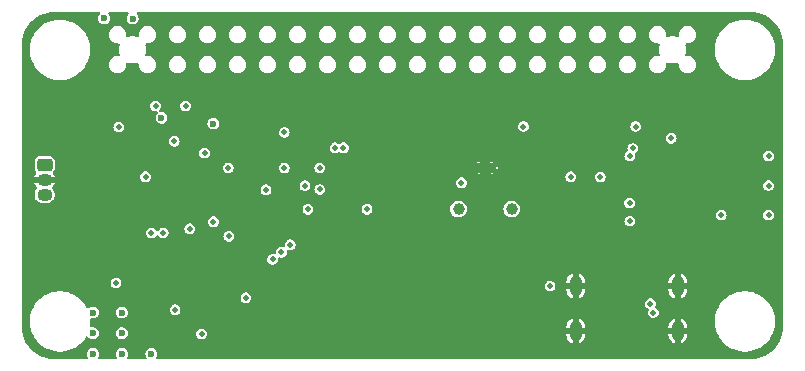
<source format=gbr>
%TF.GenerationSoftware,KiCad,Pcbnew,8.0.4*%
%TF.CreationDate,2024-09-21T11:57:21+02:00*%
%TF.ProjectId,soleil_powerpack,736f6c65-696c-45f7-906f-776572706163,rev?*%
%TF.SameCoordinates,Original*%
%TF.FileFunction,Copper,L4,Bot*%
%TF.FilePolarity,Positive*%
%FSLAX46Y46*%
G04 Gerber Fmt 4.6, Leading zero omitted, Abs format (unit mm)*
G04 Created by KiCad (PCBNEW 8.0.4) date 2024-09-21 11:57:21*
%MOMM*%
%LPD*%
G01*
G04 APERTURE LIST*
G04 Aperture macros list*
%AMRoundRect*
0 Rectangle with rounded corners*
0 $1 Rounding radius*
0 $2 $3 $4 $5 $6 $7 $8 $9 X,Y pos of 4 corners*
0 Add a 4 corners polygon primitive as box body*
4,1,4,$2,$3,$4,$5,$6,$7,$8,$9,$2,$3,0*
0 Add four circle primitives for the rounded corners*
1,1,$1+$1,$2,$3*
1,1,$1+$1,$4,$5*
1,1,$1+$1,$6,$7*
1,1,$1+$1,$8,$9*
0 Add four rect primitives between the rounded corners*
20,1,$1+$1,$2,$3,$4,$5,0*
20,1,$1+$1,$4,$5,$6,$7,0*
20,1,$1+$1,$6,$7,$8,$9,0*
20,1,$1+$1,$8,$9,$2,$3,0*%
G04 Aperture macros list end*
%TA.AperFunction,ComponentPad*%
%ADD10O,1.300000X1.050000*%
%TD*%
%TA.AperFunction,ComponentPad*%
%ADD11RoundRect,0.249900X-0.400100X0.275100X-0.400100X-0.275100X0.400100X-0.275100X0.400100X0.275100X0*%
%TD*%
%TA.AperFunction,HeatsinkPad*%
%ADD12C,0.500000*%
%TD*%
%TA.AperFunction,HeatsinkPad*%
%ADD13R,1.600000X0.500000*%
%TD*%
%TA.AperFunction,ComponentPad*%
%ADD14O,1.100000X1.700000*%
%TD*%
%TA.AperFunction,ViaPad*%
%ADD15C,0.500000*%
%TD*%
%TA.AperFunction,ViaPad*%
%ADD16C,0.600000*%
%TD*%
%TA.AperFunction,ViaPad*%
%ADD17C,1.000000*%
%TD*%
G04 APERTURE END LIST*
D10*
%TO.P,U5,3,OUT*%
%TO.N,Net-(JP2-A)*%
X119700000Y-65770000D03*
%TO.P,U5,2,GND*%
%TO.N,GND*%
X119700000Y-64500000D03*
D11*
%TO.P,U5,1,VCC*%
%TO.N,+4V*%
X119700000Y-63230000D03*
%TD*%
D12*
%TO.P,U8,7,PAD*%
%TO.N,GND*%
X157550000Y-63500000D03*
D13*
X157000000Y-63500000D03*
D12*
X156450000Y-63500000D03*
%TD*%
D14*
%TO.P,J1,S1,SHIELD*%
%TO.N,GND*%
X173320000Y-77300000D03*
X173320000Y-73500000D03*
X164680000Y-77300000D03*
X164680000Y-73500000D03*
%TD*%
D15*
%TO.N,/~{RTC_ALARM}*%
X181000000Y-62500000D03*
X172750000Y-61000000D03*
%TO.N,Net-(JP3-B)*%
X181000000Y-67500000D03*
X171250000Y-75750000D03*
%TO.N,Net-(JP2-A)*%
X181000000Y-65000000D03*
X171000000Y-75000000D03*
%TO.N,GND*%
X138503554Y-62246446D03*
%TO.N,/I2C2_SCL*%
X160250000Y-60000000D03*
%TO.N,/I2C2_SDA*%
X155000000Y-64750000D03*
%TO.N,GND*%
X143800000Y-65300000D03*
X142000000Y-66100000D03*
X131500000Y-60600000D03*
X173400000Y-59100000D03*
X175400000Y-59100000D03*
X175400000Y-66200000D03*
X173400000Y-66200000D03*
X173400000Y-63700000D03*
X175400000Y-63700000D03*
X127100000Y-55400000D03*
X129700000Y-55400000D03*
X132200000Y-51400000D03*
X134800000Y-51400000D03*
X142400000Y-51500000D03*
X144900000Y-51500000D03*
X150000000Y-51500000D03*
X152600000Y-51500000D03*
X155100000Y-51500000D03*
X157600000Y-55400000D03*
X157600000Y-51500000D03*
X162700000Y-51500000D03*
X167800000Y-51600000D03*
X167800000Y-55400000D03*
X162700000Y-55400000D03*
X160200000Y-55400000D03*
X152600000Y-55400000D03*
X150000000Y-55400000D03*
X144900000Y-55400000D03*
X142400000Y-55400000D03*
X139800000Y-55400000D03*
X181418750Y-73415000D03*
X181418750Y-71415000D03*
X181418750Y-69415000D03*
X181418750Y-63700000D03*
X181418750Y-61415000D03*
X181400000Y-59100000D03*
X179418750Y-73415000D03*
X179000000Y-59100000D03*
X175418750Y-77415000D03*
X175418750Y-68600000D03*
X175418750Y-53415000D03*
X175418750Y-51415000D03*
X173418750Y-68600000D03*
X171418750Y-77415000D03*
X171418750Y-53415000D03*
X169418750Y-77415000D03*
X169418750Y-69415000D03*
X167418750Y-77415000D03*
X165418750Y-55415000D03*
X163418750Y-77415000D03*
X161418750Y-71415000D03*
X161418750Y-65415000D03*
X159418750Y-73415000D03*
X159418750Y-71415000D03*
X159418750Y-59415000D03*
X157418750Y-77415000D03*
X157418750Y-59415000D03*
X155418750Y-77415000D03*
X155418750Y-59415000D03*
X153418750Y-73415000D03*
X153418750Y-71415000D03*
X153418750Y-69415000D03*
X153418750Y-59415000D03*
X151418750Y-77415000D03*
X151418750Y-73415000D03*
X151418750Y-71415000D03*
X151418750Y-69415000D03*
X151418750Y-59415000D03*
X149418750Y-77415000D03*
X149418750Y-73415000D03*
X149418750Y-71415000D03*
X149418750Y-69415000D03*
X147418750Y-73415000D03*
X147418750Y-71415000D03*
X147418750Y-69415000D03*
X147418750Y-61415000D03*
X147418750Y-55415000D03*
X145418750Y-77415000D03*
X143418750Y-77415000D03*
X139418750Y-77415000D03*
X139418750Y-75415000D03*
X139418750Y-73415000D03*
X137418750Y-55415000D03*
X137418750Y-51415000D03*
X131418750Y-73415000D03*
X131418750Y-67415000D03*
X131418750Y-53415000D03*
X129418750Y-53415000D03*
X127418750Y-69415000D03*
X125418750Y-69415000D03*
X125418750Y-67415000D03*
X125418750Y-61415000D03*
X125418750Y-53415000D03*
X123418750Y-71415000D03*
X123418750Y-69415000D03*
X123418750Y-67415000D03*
X123418750Y-61415000D03*
X121418750Y-67415000D03*
X121418750Y-61415000D03*
X121400000Y-56500000D03*
X119418750Y-61415000D03*
X119400000Y-56500000D03*
D16*
%TO.N,+3V3*%
X134000000Y-59750000D03*
X129600000Y-59260000D03*
%TO.N,+5V*%
X127150000Y-50860000D03*
X124750000Y-50850000D03*
X128750000Y-79250000D03*
X123800000Y-79250000D03*
X126250000Y-79250000D03*
X123800000Y-75750000D03*
X126250000Y-75750000D03*
X126250000Y-77500000D03*
X123800000Y-77500000D03*
D15*
%TO.N,GND*%
X124500000Y-73250000D03*
%TO.N,+BATT*%
X164250000Y-64250000D03*
X141750000Y-65000000D03*
%TO.N,/I2C2_SDA*%
X169250000Y-68000000D03*
%TO.N,+3V3*%
X166750000Y-64259999D03*
X169750000Y-60000000D03*
%TO.N,/~{POWER_ON}*%
X177000000Y-67500000D03*
X162500000Y-73500000D03*
%TO.N,GND*%
X158000000Y-70250000D03*
X145500000Y-70250000D03*
%TO.N,/~{POWER_ON}*%
X140500000Y-70000000D03*
X132000000Y-68650000D03*
%TO.N,VBUS*%
X125986091Y-60050000D03*
X140000000Y-60500000D03*
%TO.N,Net-(JP3-B)*%
X128750000Y-69000000D03*
X139000000Y-71250000D03*
%TO.N,Net-(JP2-A)*%
X139750000Y-70650000D03*
X129750000Y-69000000D03*
%TO.N,GND*%
X166250000Y-65900000D03*
X165000000Y-65000000D03*
%TO.N,/I2C2_SDA*%
X169236091Y-66486091D03*
X169250000Y-62500000D03*
%TO.N,/I2C2_SCL*%
X169500000Y-61850000D03*
%TO.N,/I2C2_SDA*%
X144300000Y-61800000D03*
%TO.N,/I2C2_SCL*%
X145000000Y-61800000D03*
X131640000Y-58250000D03*
%TO.N,/I2C2_SDA*%
X129100000Y-58250000D03*
%TO.N,GND*%
X121500000Y-65000000D03*
X127500000Y-77500000D03*
X125000000Y-77500000D03*
X155750000Y-65750000D03*
X154500000Y-61250000D03*
X159250000Y-64750000D03*
X166250000Y-60000000D03*
X163250000Y-59000000D03*
X165000000Y-59000000D03*
X167500000Y-63500000D03*
%TO.N,Net-(U7-STAT2)*%
X128250000Y-64250000D03*
%TO.N,/Power/5V_EN*%
X134000000Y-68050000D03*
X135300000Y-69300000D03*
%TO.N,GND*%
X135250000Y-62750000D03*
%TO.N,+4V*%
X140000000Y-63500000D03*
X135250000Y-63500000D03*
%TO.N,GND*%
X163250000Y-63500000D03*
X125750000Y-70750000D03*
X121400000Y-69300000D03*
X121400000Y-71700000D03*
X129900000Y-50900000D03*
X140100000Y-50900000D03*
X147700000Y-50900000D03*
X160400000Y-50900000D03*
X165500000Y-50900000D03*
X135000000Y-56200000D03*
X155300000Y-56200000D03*
X173100000Y-56200000D03*
X171750000Y-74250000D03*
X166250000Y-74250000D03*
X123500000Y-58250000D03*
X147000000Y-60000000D03*
%TO.N,/Power/BATT_LOW*%
X147000000Y-67000000D03*
X142000000Y-67000000D03*
%TO.N,GND*%
X143000000Y-67750000D03*
X144500000Y-67750000D03*
X146000000Y-67750000D03*
X146000000Y-69000000D03*
D17*
%TO.N,VBUS*%
X159250000Y-67000000D03*
X154750000Y-67000000D03*
D15*
%TO.N,GND*%
X135750000Y-78450000D03*
%TO.N,/Power/5V_EN*%
X136750000Y-74500000D03*
X133000000Y-77550000D03*
%TO.N,Net-(U7-STAT2)*%
X138450000Y-65350000D03*
%TO.N,GND*%
X136910000Y-59770000D03*
X139250000Y-59750000D03*
X136910000Y-67230000D03*
X140000000Y-66500000D03*
X140000000Y-65050000D03*
X140000000Y-62800000D03*
X134000000Y-61250000D03*
X128250000Y-61250000D03*
X128250000Y-63000000D03*
X130000000Y-64980001D03*
X131500000Y-62063174D03*
%TO.N,Net-(D2-A)*%
X133250000Y-62250000D03*
X130686826Y-61250000D03*
%TO.N,GND*%
X142400000Y-64125000D03*
X132000000Y-78750000D03*
%TO.N,Net-(U6-FB)*%
X130750000Y-75500000D03*
X125750000Y-73250000D03*
%TO.N,GND*%
X130000000Y-75500000D03*
X158500000Y-69250000D03*
X163250000Y-71000000D03*
X170500000Y-70000000D03*
X167500000Y-70000000D03*
X153500000Y-64750000D03*
X150250000Y-65750000D03*
X149250000Y-64750000D03*
X152250000Y-62250000D03*
X150750000Y-62250000D03*
%TO.N,Net-(U9-BIN)*%
X143000000Y-65325000D03*
X143000000Y-63500000D03*
%TD*%
%TA.AperFunction,Conductor*%
%TO.N,GND*%
G36*
X124359405Y-50320185D02*
G01*
X124405160Y-50372989D01*
X124415104Y-50442147D01*
X124386079Y-50505703D01*
X124324623Y-50576626D01*
X124324622Y-50576628D01*
X124264834Y-50707543D01*
X124244353Y-50850000D01*
X124264834Y-50992456D01*
X124288976Y-51045318D01*
X124324623Y-51123373D01*
X124418872Y-51232143D01*
X124539947Y-51309953D01*
X124539950Y-51309954D01*
X124539949Y-51309954D01*
X124678036Y-51350499D01*
X124678038Y-51350500D01*
X124678039Y-51350500D01*
X124821962Y-51350500D01*
X124821962Y-51350499D01*
X124936431Y-51316889D01*
X124960050Y-51309954D01*
X124960050Y-51309953D01*
X124960053Y-51309953D01*
X125081128Y-51232143D01*
X125175377Y-51123373D01*
X125235165Y-50992457D01*
X125255647Y-50850000D01*
X125235165Y-50707543D01*
X125175377Y-50576627D01*
X125113920Y-50505701D01*
X125084896Y-50442147D01*
X125094840Y-50372988D01*
X125140595Y-50320184D01*
X125207634Y-50300500D01*
X126701031Y-50300500D01*
X126768070Y-50320185D01*
X126813825Y-50372989D01*
X126823769Y-50442147D01*
X126794744Y-50505701D01*
X126768875Y-50535556D01*
X126724623Y-50586626D01*
X126724622Y-50586628D01*
X126664834Y-50717543D01*
X126644353Y-50860000D01*
X126664834Y-51002456D01*
X126705347Y-51091165D01*
X126724623Y-51133373D01*
X126818872Y-51242143D01*
X126939947Y-51319953D01*
X126939950Y-51319954D01*
X126939949Y-51319954D01*
X127078036Y-51360499D01*
X127078038Y-51360500D01*
X127078039Y-51360500D01*
X127221962Y-51360500D01*
X127221962Y-51360499D01*
X127360053Y-51319953D01*
X127481128Y-51242143D01*
X127575377Y-51133373D01*
X127635165Y-51002457D01*
X127655647Y-50860000D01*
X127635165Y-50717543D01*
X127575377Y-50586627D01*
X127505255Y-50505701D01*
X127476231Y-50442147D01*
X127486175Y-50372988D01*
X127531930Y-50320184D01*
X127598969Y-50300500D01*
X179452405Y-50300500D01*
X179496519Y-50300500D01*
X179503472Y-50300695D01*
X179795306Y-50317084D01*
X179809103Y-50318638D01*
X180093827Y-50367015D01*
X180107382Y-50370108D01*
X180176590Y-50390047D01*
X180384899Y-50450060D01*
X180398025Y-50454653D01*
X180664841Y-50565172D01*
X180677355Y-50571198D01*
X180705271Y-50586627D01*
X180930125Y-50710899D01*
X180941899Y-50718297D01*
X181177430Y-50885415D01*
X181188302Y-50894085D01*
X181357535Y-51045321D01*
X181403642Y-51086524D01*
X181413473Y-51096355D01*
X181506053Y-51199952D01*
X181605914Y-51311697D01*
X181614584Y-51322569D01*
X181781702Y-51558100D01*
X181789100Y-51569874D01*
X181928797Y-51822637D01*
X181934830Y-51835165D01*
X182045346Y-52101975D01*
X182049939Y-52115100D01*
X182129890Y-52392615D01*
X182132984Y-52406172D01*
X182181359Y-52690885D01*
X182182916Y-52704703D01*
X182199305Y-52996527D01*
X182199500Y-53003480D01*
X182199500Y-76996519D01*
X182199305Y-77003472D01*
X182182916Y-77295296D01*
X182181359Y-77309114D01*
X182132984Y-77593827D01*
X182129890Y-77607384D01*
X182049939Y-77884899D01*
X182045346Y-77898024D01*
X181934830Y-78164834D01*
X181928797Y-78177362D01*
X181789100Y-78430125D01*
X181781702Y-78441899D01*
X181614584Y-78677430D01*
X181605914Y-78688302D01*
X181413475Y-78903642D01*
X181403642Y-78913475D01*
X181188302Y-79105914D01*
X181177430Y-79114584D01*
X180941899Y-79281702D01*
X180930125Y-79289100D01*
X180677362Y-79428797D01*
X180664834Y-79434830D01*
X180398024Y-79545346D01*
X180384899Y-79549939D01*
X180107384Y-79629890D01*
X180093827Y-79632984D01*
X179809114Y-79681359D01*
X179795296Y-79682916D01*
X179503472Y-79699305D01*
X179496519Y-79699500D01*
X129287890Y-79699500D01*
X129220851Y-79679815D01*
X129175096Y-79627011D01*
X129165152Y-79557853D01*
X129175096Y-79523988D01*
X129175377Y-79523373D01*
X129235165Y-79392457D01*
X129255647Y-79250000D01*
X129235165Y-79107543D01*
X129175377Y-78976627D01*
X129081128Y-78867857D01*
X128960053Y-78790047D01*
X128960051Y-78790046D01*
X128960049Y-78790045D01*
X128960050Y-78790045D01*
X128821963Y-78749500D01*
X128821961Y-78749500D01*
X128678039Y-78749500D01*
X128678036Y-78749500D01*
X128539949Y-78790045D01*
X128418873Y-78867856D01*
X128324623Y-78976626D01*
X128324622Y-78976628D01*
X128264834Y-79107543D01*
X128244353Y-79250000D01*
X128264834Y-79392456D01*
X128324904Y-79523988D01*
X128334848Y-79593147D01*
X128305823Y-79656702D01*
X128247045Y-79694477D01*
X128212110Y-79699500D01*
X126787890Y-79699500D01*
X126720851Y-79679815D01*
X126675096Y-79627011D01*
X126665152Y-79557853D01*
X126675096Y-79523988D01*
X126675377Y-79523373D01*
X126735165Y-79392457D01*
X126755647Y-79250000D01*
X126735165Y-79107543D01*
X126675377Y-78976627D01*
X126581128Y-78867857D01*
X126460053Y-78790047D01*
X126460051Y-78790046D01*
X126460049Y-78790045D01*
X126460050Y-78790045D01*
X126321963Y-78749500D01*
X126321961Y-78749500D01*
X126178039Y-78749500D01*
X126178036Y-78749500D01*
X126039949Y-78790045D01*
X125918873Y-78867856D01*
X125824623Y-78976626D01*
X125824622Y-78976628D01*
X125764834Y-79107543D01*
X125744353Y-79250000D01*
X125764834Y-79392456D01*
X125824904Y-79523988D01*
X125834848Y-79593147D01*
X125805823Y-79656702D01*
X125747045Y-79694477D01*
X125712110Y-79699500D01*
X124337890Y-79699500D01*
X124270851Y-79679815D01*
X124225096Y-79627011D01*
X124215152Y-79557853D01*
X124225096Y-79523988D01*
X124225377Y-79523373D01*
X124285165Y-79392457D01*
X124305647Y-79250000D01*
X124285165Y-79107543D01*
X124225377Y-78976627D01*
X124131128Y-78867857D01*
X124010053Y-78790047D01*
X124010051Y-78790046D01*
X124010049Y-78790045D01*
X124010050Y-78790045D01*
X123871963Y-78749500D01*
X123871961Y-78749500D01*
X123728039Y-78749500D01*
X123728036Y-78749500D01*
X123589949Y-78790045D01*
X123468873Y-78867856D01*
X123374623Y-78976626D01*
X123374622Y-78976628D01*
X123314834Y-79107543D01*
X123294353Y-79250000D01*
X123314834Y-79392456D01*
X123374904Y-79523988D01*
X123384848Y-79593147D01*
X123355823Y-79656702D01*
X123297045Y-79694477D01*
X123262110Y-79699500D01*
X120503481Y-79699500D01*
X120496528Y-79699305D01*
X120204703Y-79682916D01*
X120190885Y-79681359D01*
X119906172Y-79632984D01*
X119892615Y-79629890D01*
X119615100Y-79549939D01*
X119601975Y-79545346D01*
X119335165Y-79434830D01*
X119322637Y-79428797D01*
X119069874Y-79289100D01*
X119058100Y-79281702D01*
X118822569Y-79114584D01*
X118811697Y-79105914D01*
X118704027Y-79009694D01*
X118596355Y-78913473D01*
X118586524Y-78903642D01*
X118547580Y-78860064D01*
X118394085Y-78688302D01*
X118385415Y-78677430D01*
X118218297Y-78441899D01*
X118210899Y-78430125D01*
X118084927Y-78202195D01*
X118071198Y-78177355D01*
X118065172Y-78164841D01*
X117954653Y-77898024D01*
X117950060Y-77884899D01*
X117870109Y-77607384D01*
X117867015Y-77593827D01*
X117865993Y-77587813D01*
X117818638Y-77309103D01*
X117817084Y-77295306D01*
X117800695Y-77003472D01*
X117800500Y-76996519D01*
X117800500Y-76356762D01*
X118449500Y-76356762D01*
X118449500Y-76643237D01*
X118481572Y-76927891D01*
X118545317Y-77207181D01*
X118545321Y-77207193D01*
X118639929Y-77477565D01*
X118639935Y-77477579D01*
X118764223Y-77735666D01*
X118764225Y-77735669D01*
X118916634Y-77978227D01*
X119021695Y-78109969D01*
X119065448Y-78164834D01*
X119095243Y-78202195D01*
X119297805Y-78404757D01*
X119521773Y-78583366D01*
X119764331Y-78735775D01*
X120022428Y-78860068D01*
X120022434Y-78860070D01*
X120292806Y-78954678D01*
X120292818Y-78954682D01*
X120572102Y-79018426D01*
X120572105Y-79018426D01*
X120572108Y-79018427D01*
X120572107Y-79018427D01*
X120714434Y-79034463D01*
X120856763Y-79050499D01*
X120856764Y-79050500D01*
X120856767Y-79050500D01*
X121143236Y-79050500D01*
X121143236Y-79050499D01*
X121348815Y-79027336D01*
X121427891Y-79018427D01*
X121427892Y-79018426D01*
X121427898Y-79018426D01*
X121707182Y-78954682D01*
X121977572Y-78860068D01*
X122235669Y-78735775D01*
X122478227Y-78583366D01*
X122702195Y-78404757D01*
X122904757Y-78202195D01*
X123083366Y-77978227D01*
X123191334Y-77806395D01*
X123243667Y-77760105D01*
X123312720Y-77749456D01*
X123376569Y-77777831D01*
X123390038Y-77791163D01*
X123468872Y-77882143D01*
X123589947Y-77959953D01*
X123589950Y-77959954D01*
X123589949Y-77959954D01*
X123728036Y-78000499D01*
X123728038Y-78000500D01*
X123728039Y-78000500D01*
X123871962Y-78000500D01*
X123871962Y-78000499D01*
X123996253Y-77964005D01*
X124010050Y-77959954D01*
X124010050Y-77959953D01*
X124010053Y-77959953D01*
X124131128Y-77882143D01*
X124225377Y-77773373D01*
X124285165Y-77642457D01*
X124305647Y-77500000D01*
X125744353Y-77500000D01*
X125764834Y-77642456D01*
X125807404Y-77735669D01*
X125824623Y-77773373D01*
X125918872Y-77882143D01*
X126039947Y-77959953D01*
X126039950Y-77959954D01*
X126039949Y-77959954D01*
X126178036Y-78000499D01*
X126178038Y-78000500D01*
X126178039Y-78000500D01*
X126321962Y-78000500D01*
X126321962Y-78000499D01*
X126446253Y-77964005D01*
X126460050Y-77959954D01*
X126460050Y-77959953D01*
X126460053Y-77959953D01*
X126581128Y-77882143D01*
X126675377Y-77773373D01*
X126735165Y-77642457D01*
X126748458Y-77550000D01*
X132544867Y-77550000D01*
X132563302Y-77678225D01*
X132614881Y-77791165D01*
X132617118Y-77796063D01*
X132701951Y-77893967D01*
X132810931Y-77964004D01*
X132861827Y-77978948D01*
X132935225Y-78000499D01*
X132935227Y-78000500D01*
X132935228Y-78000500D01*
X133064773Y-78000500D01*
X133064773Y-78000499D01*
X133189069Y-77964004D01*
X133298049Y-77893967D01*
X133382882Y-77796063D01*
X133436697Y-77678226D01*
X133455133Y-77550000D01*
X133436697Y-77421774D01*
X133382882Y-77303937D01*
X133298049Y-77206033D01*
X133189069Y-77135996D01*
X133189065Y-77135994D01*
X133189064Y-77135994D01*
X133064774Y-77099500D01*
X133064772Y-77099500D01*
X132935228Y-77099500D01*
X132935226Y-77099500D01*
X132810935Y-77135994D01*
X132810932Y-77135995D01*
X132810931Y-77135996D01*
X132759677Y-77168934D01*
X132701950Y-77206033D01*
X132617118Y-77303937D01*
X132617117Y-77303938D01*
X132563302Y-77421774D01*
X132544867Y-77550000D01*
X126748458Y-77550000D01*
X126755647Y-77500000D01*
X126735165Y-77357543D01*
X126675377Y-77226627D01*
X126581128Y-77117857D01*
X126460053Y-77040047D01*
X126460051Y-77040046D01*
X126460049Y-77040045D01*
X126460050Y-77040045D01*
X126321963Y-76999500D01*
X126321961Y-76999500D01*
X126178039Y-76999500D01*
X126178036Y-76999500D01*
X126039949Y-77040045D01*
X125918873Y-77117856D01*
X125824623Y-77226626D01*
X125824622Y-77226628D01*
X125764834Y-77357543D01*
X125744353Y-77500000D01*
X124305647Y-77500000D01*
X124285165Y-77357543D01*
X124225377Y-77226627D01*
X124131128Y-77117857D01*
X124010053Y-77040047D01*
X124010051Y-77040046D01*
X124010049Y-77040045D01*
X124010050Y-77040045D01*
X123871963Y-76999500D01*
X123871961Y-76999500D01*
X123728039Y-76999500D01*
X123681957Y-77013030D01*
X123612087Y-77013028D01*
X123553310Y-76975253D01*
X123528627Y-76921202D01*
X163880000Y-76921202D01*
X163880000Y-77050000D01*
X164380000Y-77050000D01*
X164380000Y-77550000D01*
X163880000Y-77550000D01*
X163880000Y-77678797D01*
X163910741Y-77833343D01*
X163910743Y-77833351D01*
X163971047Y-77978939D01*
X163971052Y-77978948D01*
X164058598Y-78109969D01*
X164058601Y-78109973D01*
X164170026Y-78221398D01*
X164170034Y-78221404D01*
X164301047Y-78308944D01*
X164301065Y-78308954D01*
X164429999Y-78362360D01*
X164430000Y-78362360D01*
X164430000Y-77766988D01*
X164439940Y-77784205D01*
X164495795Y-77840060D01*
X164564204Y-77879556D01*
X164640504Y-77900000D01*
X164719496Y-77900000D01*
X164795796Y-77879556D01*
X164864205Y-77840060D01*
X164920060Y-77784205D01*
X164930000Y-77766988D01*
X164930000Y-78362360D01*
X165058934Y-78308954D01*
X165058952Y-78308944D01*
X165189965Y-78221404D01*
X165189973Y-78221398D01*
X165301398Y-78109973D01*
X165301401Y-78109969D01*
X165388947Y-77978948D01*
X165388952Y-77978939D01*
X165449256Y-77833351D01*
X165449258Y-77833343D01*
X165479999Y-77678797D01*
X165480000Y-77678794D01*
X165480000Y-77550000D01*
X164980000Y-77550000D01*
X164980000Y-77050000D01*
X165480000Y-77050000D01*
X165480000Y-76921206D01*
X165479999Y-76921202D01*
X172520000Y-76921202D01*
X172520000Y-77050000D01*
X173020000Y-77050000D01*
X173020000Y-77550000D01*
X172520000Y-77550000D01*
X172520000Y-77678797D01*
X172550741Y-77833343D01*
X172550743Y-77833351D01*
X172611047Y-77978939D01*
X172611052Y-77978948D01*
X172698598Y-78109969D01*
X172698601Y-78109973D01*
X172810026Y-78221398D01*
X172810034Y-78221404D01*
X172941047Y-78308944D01*
X172941065Y-78308954D01*
X173069999Y-78362360D01*
X173070000Y-78362360D01*
X173070000Y-77766988D01*
X173079940Y-77784205D01*
X173135795Y-77840060D01*
X173204204Y-77879556D01*
X173280504Y-77900000D01*
X173359496Y-77900000D01*
X173435796Y-77879556D01*
X173504205Y-77840060D01*
X173560060Y-77784205D01*
X173570000Y-77766988D01*
X173570000Y-78362360D01*
X173698934Y-78308954D01*
X173698952Y-78308944D01*
X173829965Y-78221404D01*
X173829973Y-78221398D01*
X173941398Y-78109973D01*
X173941401Y-78109969D01*
X174028947Y-77978948D01*
X174028952Y-77978939D01*
X174089256Y-77833351D01*
X174089258Y-77833343D01*
X174119999Y-77678797D01*
X174120000Y-77678794D01*
X174120000Y-77550000D01*
X173620000Y-77550000D01*
X173620000Y-77050000D01*
X174120000Y-77050000D01*
X174120000Y-76921206D01*
X174119999Y-76921202D01*
X174089258Y-76766656D01*
X174089256Y-76766648D01*
X174028952Y-76621060D01*
X174028947Y-76621051D01*
X173941401Y-76490030D01*
X173941398Y-76490026D01*
X173829973Y-76378601D01*
X173829969Y-76378598D01*
X173797289Y-76356762D01*
X176449500Y-76356762D01*
X176449500Y-76643237D01*
X176481572Y-76927891D01*
X176545317Y-77207181D01*
X176545321Y-77207193D01*
X176639929Y-77477565D01*
X176639935Y-77477579D01*
X176764223Y-77735666D01*
X176764225Y-77735669D01*
X176916634Y-77978227D01*
X177021695Y-78109969D01*
X177065448Y-78164834D01*
X177095243Y-78202195D01*
X177297805Y-78404757D01*
X177521773Y-78583366D01*
X177764331Y-78735775D01*
X178022428Y-78860068D01*
X178022434Y-78860070D01*
X178292806Y-78954678D01*
X178292818Y-78954682D01*
X178572102Y-79018426D01*
X178572105Y-79018426D01*
X178572108Y-79018427D01*
X178572107Y-79018427D01*
X178714434Y-79034463D01*
X178856763Y-79050499D01*
X178856764Y-79050500D01*
X178856767Y-79050500D01*
X179143236Y-79050500D01*
X179143236Y-79050499D01*
X179348815Y-79027336D01*
X179427891Y-79018427D01*
X179427892Y-79018426D01*
X179427898Y-79018426D01*
X179707182Y-78954682D01*
X179977572Y-78860068D01*
X180235669Y-78735775D01*
X180478227Y-78583366D01*
X180702195Y-78404757D01*
X180904757Y-78202195D01*
X181083366Y-77978227D01*
X181235775Y-77735669D01*
X181360068Y-77477572D01*
X181454682Y-77207182D01*
X181518426Y-76927898D01*
X181519181Y-76921202D01*
X181531057Y-76815795D01*
X181550500Y-76643233D01*
X181550500Y-76356767D01*
X181520890Y-76093967D01*
X181518427Y-76072108D01*
X181507303Y-76023371D01*
X181454682Y-75792818D01*
X181397088Y-75628226D01*
X181360070Y-75522434D01*
X181360068Y-75522428D01*
X181255169Y-75304604D01*
X181235776Y-75264333D01*
X181235775Y-75264331D01*
X181083366Y-75021773D01*
X180904757Y-74797805D01*
X180702195Y-74595243D01*
X180478227Y-74416634D01*
X180235669Y-74264225D01*
X180235666Y-74264223D01*
X179977579Y-74139935D01*
X179977565Y-74139929D01*
X179707193Y-74045321D01*
X179707181Y-74045317D01*
X179427891Y-73981572D01*
X179427892Y-73981572D01*
X179143237Y-73949500D01*
X179143233Y-73949500D01*
X178856767Y-73949500D01*
X178856762Y-73949500D01*
X178572108Y-73981572D01*
X178292818Y-74045317D01*
X178292806Y-74045321D01*
X178022434Y-74139929D01*
X178022420Y-74139935D01*
X177764333Y-74264223D01*
X177521774Y-74416633D01*
X177297805Y-74595242D01*
X177095242Y-74797805D01*
X176916633Y-75021774D01*
X176764223Y-75264333D01*
X176639935Y-75522420D01*
X176639929Y-75522434D01*
X176545321Y-75792806D01*
X176545317Y-75792818D01*
X176481572Y-76072108D01*
X176449500Y-76356762D01*
X173797289Y-76356762D01*
X173698948Y-76291052D01*
X173698938Y-76291047D01*
X173570000Y-76237639D01*
X173570000Y-76833011D01*
X173560060Y-76815795D01*
X173504205Y-76759940D01*
X173435796Y-76720444D01*
X173359496Y-76700000D01*
X173280504Y-76700000D01*
X173204204Y-76720444D01*
X173135795Y-76759940D01*
X173079940Y-76815795D01*
X173070000Y-76833011D01*
X173070000Y-76237639D01*
X173069999Y-76237639D01*
X172941061Y-76291047D01*
X172941051Y-76291052D01*
X172810030Y-76378598D01*
X172810026Y-76378601D01*
X172698601Y-76490026D01*
X172698598Y-76490030D01*
X172611052Y-76621051D01*
X172611047Y-76621060D01*
X172550743Y-76766648D01*
X172550741Y-76766656D01*
X172520000Y-76921202D01*
X165479999Y-76921202D01*
X165449258Y-76766656D01*
X165449256Y-76766648D01*
X165388952Y-76621060D01*
X165388947Y-76621051D01*
X165301401Y-76490030D01*
X165301398Y-76490026D01*
X165189973Y-76378601D01*
X165189969Y-76378598D01*
X165058948Y-76291052D01*
X165058938Y-76291047D01*
X164930000Y-76237639D01*
X164930000Y-76833011D01*
X164920060Y-76815795D01*
X164864205Y-76759940D01*
X164795796Y-76720444D01*
X164719496Y-76700000D01*
X164640504Y-76700000D01*
X164564204Y-76720444D01*
X164495795Y-76759940D01*
X164439940Y-76815795D01*
X164430000Y-76833011D01*
X164430000Y-76237639D01*
X164429999Y-76237639D01*
X164301061Y-76291047D01*
X164301051Y-76291052D01*
X164170030Y-76378598D01*
X164170026Y-76378601D01*
X164058601Y-76490026D01*
X164058598Y-76490030D01*
X163971052Y-76621051D01*
X163971047Y-76621060D01*
X163910743Y-76766648D01*
X163910741Y-76766656D01*
X163880000Y-76921202D01*
X123528627Y-76921202D01*
X123524286Y-76911697D01*
X123523804Y-76880168D01*
X123531057Y-76815795D01*
X123550500Y-76643233D01*
X123550500Y-76364014D01*
X123570185Y-76296975D01*
X123622989Y-76251220D01*
X123692147Y-76241276D01*
X123709437Y-76245038D01*
X123728036Y-76250499D01*
X123728038Y-76250500D01*
X123728039Y-76250500D01*
X123871962Y-76250500D01*
X123871962Y-76250499D01*
X124010053Y-76209953D01*
X124131128Y-76132143D01*
X124225377Y-76023373D01*
X124285165Y-75892457D01*
X124305647Y-75750000D01*
X125744353Y-75750000D01*
X125764834Y-75892456D01*
X125812150Y-75996061D01*
X125824623Y-76023373D01*
X125918872Y-76132143D01*
X126039947Y-76209953D01*
X126039950Y-76209954D01*
X126039949Y-76209954D01*
X126178036Y-76250499D01*
X126178038Y-76250500D01*
X126178039Y-76250500D01*
X126321962Y-76250500D01*
X126321962Y-76250499D01*
X126460053Y-76209953D01*
X126581128Y-76132143D01*
X126675377Y-76023373D01*
X126735165Y-75892457D01*
X126755647Y-75750000D01*
X126735165Y-75607543D01*
X126686051Y-75500000D01*
X130294867Y-75500000D01*
X130313302Y-75628225D01*
X130367117Y-75746061D01*
X130367118Y-75746063D01*
X130451951Y-75843967D01*
X130560931Y-75914004D01*
X130685225Y-75950499D01*
X130685227Y-75950500D01*
X130685228Y-75950500D01*
X130814773Y-75950500D01*
X130814773Y-75950499D01*
X130939069Y-75914004D01*
X131048049Y-75843967D01*
X131132882Y-75746063D01*
X131186697Y-75628226D01*
X131205133Y-75500000D01*
X131186697Y-75371774D01*
X131132882Y-75253937D01*
X131048049Y-75156033D01*
X130939069Y-75085996D01*
X130939065Y-75085994D01*
X130939064Y-75085994D01*
X130814774Y-75049500D01*
X130814772Y-75049500D01*
X130685228Y-75049500D01*
X130685226Y-75049500D01*
X130560935Y-75085994D01*
X130560932Y-75085995D01*
X130560931Y-75085996D01*
X130509677Y-75118934D01*
X130451950Y-75156033D01*
X130367118Y-75253937D01*
X130367117Y-75253938D01*
X130313302Y-75371774D01*
X130294867Y-75500000D01*
X126686051Y-75500000D01*
X126675377Y-75476627D01*
X126581128Y-75367857D01*
X126460053Y-75290047D01*
X126460051Y-75290046D01*
X126460049Y-75290045D01*
X126460050Y-75290045D01*
X126321963Y-75249500D01*
X126321961Y-75249500D01*
X126178039Y-75249500D01*
X126178036Y-75249500D01*
X126039949Y-75290045D01*
X125918873Y-75367856D01*
X125824623Y-75476626D01*
X125824622Y-75476628D01*
X125764834Y-75607543D01*
X125744353Y-75750000D01*
X124305647Y-75750000D01*
X124285165Y-75607543D01*
X124225377Y-75476627D01*
X124131128Y-75367857D01*
X124010053Y-75290047D01*
X124010051Y-75290046D01*
X124010049Y-75290045D01*
X124010050Y-75290045D01*
X123871963Y-75249500D01*
X123871961Y-75249500D01*
X123728039Y-75249500D01*
X123728036Y-75249500D01*
X123589949Y-75290045D01*
X123468872Y-75367857D01*
X123462172Y-75373663D01*
X123459894Y-75371035D01*
X123413859Y-75399532D01*
X123344000Y-75398350D01*
X123285869Y-75359588D01*
X123269221Y-75333782D01*
X123235778Y-75264336D01*
X123235775Y-75264331D01*
X123083366Y-75021773D01*
X123066003Y-75000000D01*
X170544867Y-75000000D01*
X170563302Y-75128225D01*
X170576002Y-75156033D01*
X170617118Y-75246063D01*
X170701951Y-75343967D01*
X170795731Y-75404236D01*
X170841485Y-75457038D01*
X170851429Y-75526196D01*
X170841486Y-75560060D01*
X170813302Y-75621774D01*
X170794867Y-75750000D01*
X170813302Y-75878225D01*
X170819802Y-75892457D01*
X170867118Y-75996063D01*
X170951951Y-76093967D01*
X171060931Y-76164004D01*
X171085310Y-76171162D01*
X171185225Y-76200499D01*
X171185227Y-76200500D01*
X171185228Y-76200500D01*
X171314773Y-76200500D01*
X171314773Y-76200499D01*
X171439069Y-76164004D01*
X171548049Y-76093967D01*
X171632882Y-75996063D01*
X171686697Y-75878226D01*
X171705133Y-75750000D01*
X171686697Y-75621774D01*
X171632882Y-75503937D01*
X171548049Y-75406033D01*
X171454267Y-75345763D01*
X171408514Y-75292961D01*
X171398570Y-75223803D01*
X171408514Y-75189937D01*
X171436697Y-75128226D01*
X171455133Y-75000000D01*
X171436697Y-74871774D01*
X171382882Y-74753937D01*
X171298049Y-74656033D01*
X171189069Y-74585996D01*
X171189065Y-74585994D01*
X171189064Y-74585994D01*
X171064774Y-74549500D01*
X171064772Y-74549500D01*
X170935228Y-74549500D01*
X170935226Y-74549500D01*
X170810935Y-74585994D01*
X170810932Y-74585995D01*
X170810931Y-74585996D01*
X170759677Y-74618934D01*
X170701950Y-74656033D01*
X170617118Y-74753937D01*
X170617117Y-74753938D01*
X170563302Y-74871774D01*
X170544867Y-75000000D01*
X123066003Y-75000000D01*
X122904757Y-74797805D01*
X122702195Y-74595243D01*
X122582764Y-74500000D01*
X136294867Y-74500000D01*
X136313302Y-74628225D01*
X136326002Y-74656033D01*
X136367118Y-74746063D01*
X136451951Y-74843967D01*
X136560931Y-74914004D01*
X136685225Y-74950499D01*
X136685227Y-74950500D01*
X136685228Y-74950500D01*
X136814773Y-74950500D01*
X136814773Y-74950499D01*
X136939069Y-74914004D01*
X137048049Y-74843967D01*
X137132882Y-74746063D01*
X137186697Y-74628226D01*
X137205133Y-74500000D01*
X137186697Y-74371774D01*
X137132882Y-74253937D01*
X137048049Y-74156033D01*
X136939069Y-74085996D01*
X136939065Y-74085994D01*
X136939064Y-74085994D01*
X136814774Y-74049500D01*
X136814772Y-74049500D01*
X136685228Y-74049500D01*
X136685226Y-74049500D01*
X136560935Y-74085994D01*
X136560932Y-74085995D01*
X136560931Y-74085996D01*
X136509677Y-74118934D01*
X136451950Y-74156033D01*
X136367118Y-74253937D01*
X136367117Y-74253938D01*
X136313302Y-74371774D01*
X136294867Y-74500000D01*
X122582764Y-74500000D01*
X122478227Y-74416634D01*
X122235669Y-74264225D01*
X122235666Y-74264223D01*
X121977579Y-74139935D01*
X121977565Y-74139929D01*
X121707193Y-74045321D01*
X121707181Y-74045317D01*
X121427891Y-73981572D01*
X121427892Y-73981572D01*
X121143237Y-73949500D01*
X121143233Y-73949500D01*
X120856767Y-73949500D01*
X120856762Y-73949500D01*
X120572108Y-73981572D01*
X120292818Y-74045317D01*
X120292806Y-74045321D01*
X120022434Y-74139929D01*
X120022420Y-74139935D01*
X119764333Y-74264223D01*
X119521774Y-74416633D01*
X119297805Y-74595242D01*
X119095242Y-74797805D01*
X118916633Y-75021774D01*
X118764223Y-75264333D01*
X118639935Y-75522420D01*
X118639929Y-75522434D01*
X118545321Y-75792806D01*
X118545317Y-75792818D01*
X118481572Y-76072108D01*
X118449500Y-76356762D01*
X117800500Y-76356762D01*
X117800500Y-73250000D01*
X125294867Y-73250000D01*
X125313302Y-73378225D01*
X125367117Y-73496061D01*
X125367118Y-73496063D01*
X125451951Y-73593967D01*
X125560931Y-73664004D01*
X125685225Y-73700499D01*
X125685227Y-73700500D01*
X125685228Y-73700500D01*
X125814773Y-73700500D01*
X125814773Y-73700499D01*
X125939069Y-73664004D01*
X126048049Y-73593967D01*
X126129471Y-73500000D01*
X162044867Y-73500000D01*
X162063302Y-73628225D01*
X162079642Y-73664004D01*
X162117118Y-73746063D01*
X162201951Y-73843967D01*
X162310931Y-73914004D01*
X162435225Y-73950499D01*
X162435227Y-73950500D01*
X162435228Y-73950500D01*
X162564773Y-73950500D01*
X162564773Y-73950499D01*
X162689069Y-73914004D01*
X162798049Y-73843967D01*
X162882882Y-73746063D01*
X162936697Y-73628226D01*
X162955133Y-73500000D01*
X162936697Y-73371774D01*
X162882882Y-73253937D01*
X162798049Y-73156033D01*
X162743851Y-73121202D01*
X163880000Y-73121202D01*
X163880000Y-73250000D01*
X164380000Y-73250000D01*
X164380000Y-73750000D01*
X163880000Y-73750000D01*
X163880000Y-73878797D01*
X163910741Y-74033343D01*
X163910743Y-74033351D01*
X163971047Y-74178939D01*
X163971052Y-74178948D01*
X164058598Y-74309969D01*
X164058601Y-74309973D01*
X164170026Y-74421398D01*
X164170034Y-74421404D01*
X164301047Y-74508944D01*
X164301065Y-74508954D01*
X164429999Y-74562360D01*
X164430000Y-74562360D01*
X164430000Y-73966988D01*
X164439940Y-73984205D01*
X164495795Y-74040060D01*
X164564204Y-74079556D01*
X164640504Y-74100000D01*
X164719496Y-74100000D01*
X164795796Y-74079556D01*
X164864205Y-74040060D01*
X164920060Y-73984205D01*
X164930000Y-73966988D01*
X164930000Y-74562360D01*
X165058934Y-74508954D01*
X165058952Y-74508944D01*
X165189965Y-74421404D01*
X165189973Y-74421398D01*
X165301398Y-74309973D01*
X165301401Y-74309969D01*
X165388947Y-74178948D01*
X165388952Y-74178939D01*
X165449256Y-74033351D01*
X165449258Y-74033343D01*
X165479999Y-73878797D01*
X165480000Y-73878794D01*
X165480000Y-73750000D01*
X164980000Y-73750000D01*
X164980000Y-73250000D01*
X165480000Y-73250000D01*
X165480000Y-73121206D01*
X165479999Y-73121202D01*
X172520000Y-73121202D01*
X172520000Y-73250000D01*
X173020000Y-73250000D01*
X173020000Y-73750000D01*
X172520000Y-73750000D01*
X172520000Y-73878797D01*
X172550741Y-74033343D01*
X172550743Y-74033351D01*
X172611047Y-74178939D01*
X172611052Y-74178948D01*
X172698598Y-74309969D01*
X172698601Y-74309973D01*
X172810026Y-74421398D01*
X172810034Y-74421404D01*
X172941047Y-74508944D01*
X172941065Y-74508954D01*
X173069999Y-74562360D01*
X173070000Y-74562360D01*
X173070000Y-73966988D01*
X173079940Y-73984205D01*
X173135795Y-74040060D01*
X173204204Y-74079556D01*
X173280504Y-74100000D01*
X173359496Y-74100000D01*
X173435796Y-74079556D01*
X173504205Y-74040060D01*
X173560060Y-73984205D01*
X173570000Y-73966988D01*
X173570000Y-74562360D01*
X173698934Y-74508954D01*
X173698952Y-74508944D01*
X173829965Y-74421404D01*
X173829973Y-74421398D01*
X173941398Y-74309973D01*
X173941401Y-74309969D01*
X174028947Y-74178948D01*
X174028952Y-74178939D01*
X174089256Y-74033351D01*
X174089258Y-74033343D01*
X174119999Y-73878797D01*
X174120000Y-73878794D01*
X174120000Y-73750000D01*
X173620000Y-73750000D01*
X173620000Y-73250000D01*
X174120000Y-73250000D01*
X174120000Y-73121206D01*
X174119999Y-73121202D01*
X174089258Y-72966656D01*
X174089256Y-72966648D01*
X174028952Y-72821060D01*
X174028947Y-72821051D01*
X173941401Y-72690030D01*
X173941398Y-72690026D01*
X173829973Y-72578601D01*
X173829969Y-72578598D01*
X173698948Y-72491052D01*
X173698938Y-72491047D01*
X173570000Y-72437639D01*
X173570000Y-73033011D01*
X173560060Y-73015795D01*
X173504205Y-72959940D01*
X173435796Y-72920444D01*
X173359496Y-72900000D01*
X173280504Y-72900000D01*
X173204204Y-72920444D01*
X173135795Y-72959940D01*
X173079940Y-73015795D01*
X173070000Y-73033011D01*
X173070000Y-72437639D01*
X173069999Y-72437639D01*
X172941061Y-72491047D01*
X172941051Y-72491052D01*
X172810030Y-72578598D01*
X172810026Y-72578601D01*
X172698601Y-72690026D01*
X172698598Y-72690030D01*
X172611052Y-72821051D01*
X172611047Y-72821060D01*
X172550743Y-72966648D01*
X172550741Y-72966656D01*
X172520000Y-73121202D01*
X165479999Y-73121202D01*
X165449258Y-72966656D01*
X165449256Y-72966648D01*
X165388952Y-72821060D01*
X165388947Y-72821051D01*
X165301401Y-72690030D01*
X165301398Y-72690026D01*
X165189973Y-72578601D01*
X165189969Y-72578598D01*
X165058948Y-72491052D01*
X165058938Y-72491047D01*
X164930000Y-72437639D01*
X164930000Y-73033011D01*
X164920060Y-73015795D01*
X164864205Y-72959940D01*
X164795796Y-72920444D01*
X164719496Y-72900000D01*
X164640504Y-72900000D01*
X164564204Y-72920444D01*
X164495795Y-72959940D01*
X164439940Y-73015795D01*
X164430000Y-73033011D01*
X164430000Y-72437639D01*
X164429999Y-72437639D01*
X164301061Y-72491047D01*
X164301051Y-72491052D01*
X164170030Y-72578598D01*
X164170026Y-72578601D01*
X164058601Y-72690026D01*
X164058598Y-72690030D01*
X163971052Y-72821051D01*
X163971047Y-72821060D01*
X163910743Y-72966648D01*
X163910741Y-72966656D01*
X163880000Y-73121202D01*
X162743851Y-73121202D01*
X162689069Y-73085996D01*
X162689065Y-73085994D01*
X162689064Y-73085994D01*
X162564774Y-73049500D01*
X162564772Y-73049500D01*
X162435228Y-73049500D01*
X162435226Y-73049500D01*
X162310935Y-73085994D01*
X162310932Y-73085995D01*
X162310931Y-73085996D01*
X162259677Y-73118934D01*
X162201950Y-73156033D01*
X162117118Y-73253937D01*
X162117117Y-73253938D01*
X162063302Y-73371774D01*
X162044867Y-73500000D01*
X126129471Y-73500000D01*
X126132882Y-73496063D01*
X126186697Y-73378226D01*
X126205133Y-73250000D01*
X126186697Y-73121774D01*
X126132882Y-73003937D01*
X126048049Y-72906033D01*
X125939069Y-72835996D01*
X125939065Y-72835994D01*
X125939064Y-72835994D01*
X125814774Y-72799500D01*
X125814772Y-72799500D01*
X125685228Y-72799500D01*
X125685226Y-72799500D01*
X125560935Y-72835994D01*
X125560932Y-72835995D01*
X125560931Y-72835996D01*
X125509677Y-72868934D01*
X125451950Y-72906033D01*
X125367118Y-73003937D01*
X125367117Y-73003938D01*
X125313302Y-73121774D01*
X125294867Y-73250000D01*
X117800500Y-73250000D01*
X117800500Y-71250000D01*
X138544867Y-71250000D01*
X138563302Y-71378225D01*
X138617117Y-71496061D01*
X138617118Y-71496063D01*
X138701951Y-71593967D01*
X138810931Y-71664004D01*
X138935225Y-71700499D01*
X138935227Y-71700500D01*
X138935228Y-71700500D01*
X139064773Y-71700500D01*
X139064773Y-71700499D01*
X139189069Y-71664004D01*
X139298049Y-71593967D01*
X139382882Y-71496063D01*
X139436697Y-71378226D01*
X139455133Y-71250000D01*
X139450008Y-71214354D01*
X139459952Y-71145196D01*
X139505707Y-71092392D01*
X139572746Y-71072708D01*
X139607680Y-71077731D01*
X139685225Y-71100499D01*
X139685227Y-71100500D01*
X139685228Y-71100500D01*
X139814773Y-71100500D01*
X139814773Y-71100499D01*
X139939069Y-71064004D01*
X140048049Y-70993967D01*
X140132882Y-70896063D01*
X140186697Y-70778226D01*
X140205133Y-70650000D01*
X140192502Y-70562149D01*
X140202446Y-70492993D01*
X140248200Y-70440189D01*
X140315240Y-70420504D01*
X140350174Y-70425527D01*
X140435225Y-70450499D01*
X140435227Y-70450500D01*
X140435228Y-70450500D01*
X140564773Y-70450500D01*
X140564773Y-70450499D01*
X140689069Y-70414004D01*
X140798049Y-70343967D01*
X140882882Y-70246063D01*
X140936697Y-70128226D01*
X140955133Y-70000000D01*
X140936697Y-69871774D01*
X140882882Y-69753937D01*
X140798049Y-69656033D01*
X140689069Y-69585996D01*
X140689065Y-69585994D01*
X140689064Y-69585994D01*
X140564774Y-69549500D01*
X140564772Y-69549500D01*
X140435228Y-69549500D01*
X140435226Y-69549500D01*
X140310935Y-69585994D01*
X140310932Y-69585995D01*
X140310931Y-69585996D01*
X140259677Y-69618934D01*
X140201950Y-69656033D01*
X140117118Y-69753937D01*
X140117117Y-69753938D01*
X140063302Y-69871774D01*
X140044867Y-70000000D01*
X140057497Y-70087849D01*
X140047553Y-70157007D01*
X140001798Y-70209811D01*
X139934758Y-70229495D01*
X139899826Y-70224473D01*
X139814772Y-70199500D01*
X139685228Y-70199500D01*
X139685226Y-70199500D01*
X139560935Y-70235994D01*
X139560932Y-70235995D01*
X139560931Y-70235996D01*
X139509677Y-70268934D01*
X139451950Y-70306033D01*
X139367118Y-70403937D01*
X139367117Y-70403938D01*
X139313302Y-70521774D01*
X139294867Y-70650000D01*
X139294867Y-70650002D01*
X139299991Y-70685646D01*
X139290046Y-70754805D01*
X139244290Y-70807608D01*
X139177250Y-70827291D01*
X139142320Y-70822269D01*
X139064772Y-70799500D01*
X138935228Y-70799500D01*
X138935226Y-70799500D01*
X138810935Y-70835994D01*
X138810932Y-70835995D01*
X138810931Y-70835996D01*
X138759677Y-70868934D01*
X138701950Y-70906033D01*
X138617118Y-71003937D01*
X138617117Y-71003938D01*
X138563302Y-71121774D01*
X138544867Y-71250000D01*
X117800500Y-71250000D01*
X117800500Y-69000000D01*
X128294867Y-69000000D01*
X128313302Y-69128225D01*
X128333191Y-69171774D01*
X128367118Y-69246063D01*
X128451951Y-69343967D01*
X128560931Y-69414004D01*
X128609368Y-69428226D01*
X128685225Y-69450499D01*
X128685227Y-69450500D01*
X128685228Y-69450500D01*
X128814773Y-69450500D01*
X128814773Y-69450499D01*
X128939069Y-69414004D01*
X129048049Y-69343967D01*
X129132882Y-69246063D01*
X129137206Y-69236595D01*
X129182961Y-69183791D01*
X129250000Y-69164107D01*
X129317040Y-69183792D01*
X129362794Y-69236595D01*
X129367118Y-69246063D01*
X129451951Y-69343967D01*
X129560931Y-69414004D01*
X129609368Y-69428226D01*
X129685225Y-69450499D01*
X129685227Y-69450500D01*
X129685228Y-69450500D01*
X129814773Y-69450500D01*
X129814773Y-69450499D01*
X129939069Y-69414004D01*
X130048049Y-69343967D01*
X130086146Y-69300000D01*
X134844867Y-69300000D01*
X134863302Y-69428225D01*
X134873475Y-69450500D01*
X134917118Y-69546063D01*
X135001951Y-69643967D01*
X135110931Y-69714004D01*
X135235225Y-69750499D01*
X135235227Y-69750500D01*
X135235228Y-69750500D01*
X135364773Y-69750500D01*
X135364773Y-69750499D01*
X135489069Y-69714004D01*
X135598049Y-69643967D01*
X135682882Y-69546063D01*
X135736697Y-69428226D01*
X135755133Y-69300000D01*
X135736697Y-69171774D01*
X135682882Y-69053937D01*
X135598049Y-68956033D01*
X135489069Y-68885996D01*
X135489065Y-68885994D01*
X135489064Y-68885994D01*
X135364774Y-68849500D01*
X135364772Y-68849500D01*
X135235228Y-68849500D01*
X135235226Y-68849500D01*
X135110935Y-68885994D01*
X135110932Y-68885995D01*
X135110931Y-68885996D01*
X135059677Y-68918934D01*
X135001950Y-68956033D01*
X134917118Y-69053937D01*
X134917117Y-69053938D01*
X134863302Y-69171774D01*
X134844867Y-69300000D01*
X130086146Y-69300000D01*
X130132882Y-69246063D01*
X130186697Y-69128226D01*
X130205133Y-69000000D01*
X130186697Y-68871774D01*
X130132882Y-68753937D01*
X130048049Y-68656033D01*
X130038661Y-68650000D01*
X131544867Y-68650000D01*
X131563302Y-68778225D01*
X131617117Y-68896061D01*
X131617118Y-68896063D01*
X131701951Y-68993967D01*
X131810931Y-69064004D01*
X131935225Y-69100499D01*
X131935227Y-69100500D01*
X131935228Y-69100500D01*
X132064773Y-69100500D01*
X132064773Y-69100499D01*
X132189069Y-69064004D01*
X132298049Y-68993967D01*
X132382882Y-68896063D01*
X132436697Y-68778226D01*
X132455133Y-68650000D01*
X132436697Y-68521774D01*
X132382882Y-68403937D01*
X132298049Y-68306033D01*
X132189069Y-68235996D01*
X132189065Y-68235994D01*
X132189064Y-68235994D01*
X132064774Y-68199500D01*
X132064772Y-68199500D01*
X131935228Y-68199500D01*
X131935226Y-68199500D01*
X131810935Y-68235994D01*
X131810932Y-68235995D01*
X131810931Y-68235996D01*
X131759677Y-68268934D01*
X131701950Y-68306033D01*
X131617118Y-68403937D01*
X131617117Y-68403938D01*
X131563302Y-68521774D01*
X131544867Y-68650000D01*
X130038661Y-68650000D01*
X129939069Y-68585996D01*
X129939065Y-68585994D01*
X129939064Y-68585994D01*
X129814774Y-68549500D01*
X129814772Y-68549500D01*
X129685228Y-68549500D01*
X129685226Y-68549500D01*
X129560935Y-68585994D01*
X129560932Y-68585995D01*
X129560931Y-68585996D01*
X129509677Y-68618934D01*
X129451950Y-68656033D01*
X129367118Y-68753937D01*
X129367116Y-68753940D01*
X129362793Y-68763406D01*
X129317037Y-68816209D01*
X129249997Y-68835892D01*
X129182958Y-68816206D01*
X129137207Y-68763406D01*
X129132883Y-68753940D01*
X129132882Y-68753938D01*
X129132882Y-68753937D01*
X129048049Y-68656033D01*
X128939069Y-68585996D01*
X128939065Y-68585994D01*
X128939064Y-68585994D01*
X128814774Y-68549500D01*
X128814772Y-68549500D01*
X128685228Y-68549500D01*
X128685226Y-68549500D01*
X128560935Y-68585994D01*
X128560932Y-68585995D01*
X128560931Y-68585996D01*
X128509677Y-68618934D01*
X128451950Y-68656033D01*
X128367118Y-68753937D01*
X128367117Y-68753938D01*
X128313302Y-68871774D01*
X128294867Y-69000000D01*
X117800500Y-69000000D01*
X117800500Y-68050000D01*
X133544867Y-68050000D01*
X133563302Y-68178225D01*
X133594283Y-68246062D01*
X133617118Y-68296063D01*
X133701951Y-68393967D01*
X133810931Y-68464004D01*
X133935225Y-68500499D01*
X133935227Y-68500500D01*
X133935228Y-68500500D01*
X134064773Y-68500500D01*
X134064773Y-68500499D01*
X134189069Y-68464004D01*
X134298049Y-68393967D01*
X134382882Y-68296063D01*
X134436697Y-68178226D01*
X134455133Y-68050000D01*
X134447944Y-68000000D01*
X168794867Y-68000000D01*
X168813302Y-68128225D01*
X168867117Y-68246061D01*
X168867118Y-68246063D01*
X168951951Y-68343967D01*
X169060931Y-68414004D01*
X169185225Y-68450499D01*
X169185227Y-68450500D01*
X169185228Y-68450500D01*
X169314773Y-68450500D01*
X169314773Y-68450499D01*
X169439069Y-68414004D01*
X169548049Y-68343967D01*
X169632882Y-68246063D01*
X169686697Y-68128226D01*
X169705133Y-68000000D01*
X169686697Y-67871774D01*
X169632882Y-67753937D01*
X169548049Y-67656033D01*
X169439069Y-67585996D01*
X169439065Y-67585994D01*
X169439064Y-67585994D01*
X169314774Y-67549500D01*
X169314772Y-67549500D01*
X169185228Y-67549500D01*
X169185226Y-67549500D01*
X169060935Y-67585994D01*
X169060932Y-67585995D01*
X169060931Y-67585996D01*
X169009677Y-67618934D01*
X168951950Y-67656033D01*
X168867118Y-67753937D01*
X168867117Y-67753938D01*
X168813302Y-67871774D01*
X168794867Y-68000000D01*
X134447944Y-68000000D01*
X134436697Y-67921774D01*
X134382882Y-67803937D01*
X134298049Y-67706033D01*
X134189069Y-67635996D01*
X134189065Y-67635994D01*
X134189064Y-67635994D01*
X134064774Y-67599500D01*
X134064772Y-67599500D01*
X133935228Y-67599500D01*
X133935226Y-67599500D01*
X133810935Y-67635994D01*
X133810932Y-67635995D01*
X133810931Y-67635996D01*
X133773907Y-67659790D01*
X133701950Y-67706033D01*
X133617118Y-67803937D01*
X133617117Y-67803938D01*
X133563302Y-67921774D01*
X133544867Y-68050000D01*
X117800500Y-68050000D01*
X117800500Y-67000000D01*
X141544867Y-67000000D01*
X141563302Y-67128225D01*
X141617117Y-67246061D01*
X141617118Y-67246063D01*
X141701951Y-67343967D01*
X141810931Y-67414004D01*
X141935225Y-67450499D01*
X141935227Y-67450500D01*
X141935228Y-67450500D01*
X142064773Y-67450500D01*
X142064773Y-67450499D01*
X142189069Y-67414004D01*
X142298049Y-67343967D01*
X142382882Y-67246063D01*
X142436697Y-67128226D01*
X142455133Y-67000000D01*
X146544867Y-67000000D01*
X146563302Y-67128225D01*
X146617117Y-67246061D01*
X146617118Y-67246063D01*
X146701951Y-67343967D01*
X146810931Y-67414004D01*
X146935225Y-67450499D01*
X146935227Y-67450500D01*
X146935228Y-67450500D01*
X147064773Y-67450500D01*
X147064773Y-67450499D01*
X147189069Y-67414004D01*
X147298049Y-67343967D01*
X147382882Y-67246063D01*
X147436697Y-67128226D01*
X147455133Y-67000000D01*
X154044355Y-67000000D01*
X154064859Y-67168869D01*
X154064860Y-67168874D01*
X154125182Y-67327931D01*
X154184595Y-67414004D01*
X154221817Y-67467929D01*
X154313892Y-67549500D01*
X154349150Y-67580736D01*
X154492617Y-67656033D01*
X154499775Y-67659790D01*
X154664944Y-67700500D01*
X154835056Y-67700500D01*
X155000225Y-67659790D01*
X155115097Y-67599500D01*
X155150849Y-67580736D01*
X155150850Y-67580734D01*
X155150852Y-67580734D01*
X155278183Y-67467929D01*
X155374818Y-67327930D01*
X155435140Y-67168872D01*
X155455645Y-67000000D01*
X158544355Y-67000000D01*
X158564859Y-67168869D01*
X158564860Y-67168874D01*
X158625182Y-67327931D01*
X158684595Y-67414004D01*
X158721817Y-67467929D01*
X158813892Y-67549500D01*
X158849150Y-67580736D01*
X158992617Y-67656033D01*
X158999775Y-67659790D01*
X159164944Y-67700500D01*
X159335056Y-67700500D01*
X159500225Y-67659790D01*
X159615097Y-67599500D01*
X159650849Y-67580736D01*
X159650850Y-67580734D01*
X159650852Y-67580734D01*
X159741982Y-67500000D01*
X176544867Y-67500000D01*
X176563302Y-67628225D01*
X176617117Y-67746061D01*
X176617118Y-67746063D01*
X176701951Y-67843967D01*
X176810931Y-67914004D01*
X176837394Y-67921774D01*
X176935225Y-67950499D01*
X176935227Y-67950500D01*
X176935228Y-67950500D01*
X177064773Y-67950500D01*
X177064773Y-67950499D01*
X177189069Y-67914004D01*
X177298049Y-67843967D01*
X177382882Y-67746063D01*
X177436697Y-67628226D01*
X177455133Y-67500000D01*
X180544867Y-67500000D01*
X180563302Y-67628225D01*
X180617117Y-67746061D01*
X180617118Y-67746063D01*
X180701951Y-67843967D01*
X180810931Y-67914004D01*
X180837394Y-67921774D01*
X180935225Y-67950499D01*
X180935227Y-67950500D01*
X180935228Y-67950500D01*
X181064773Y-67950500D01*
X181064773Y-67950499D01*
X181189069Y-67914004D01*
X181298049Y-67843967D01*
X181382882Y-67746063D01*
X181436697Y-67628226D01*
X181455133Y-67500000D01*
X181436697Y-67371774D01*
X181382882Y-67253937D01*
X181298049Y-67156033D01*
X181189069Y-67085996D01*
X181189065Y-67085994D01*
X181189064Y-67085994D01*
X181064774Y-67049500D01*
X181064772Y-67049500D01*
X180935228Y-67049500D01*
X180935226Y-67049500D01*
X180810935Y-67085994D01*
X180810932Y-67085995D01*
X180810931Y-67085996D01*
X180759677Y-67118934D01*
X180701950Y-67156033D01*
X180617118Y-67253937D01*
X180617117Y-67253938D01*
X180563302Y-67371774D01*
X180544867Y-67500000D01*
X177455133Y-67500000D01*
X177436697Y-67371774D01*
X177382882Y-67253937D01*
X177298049Y-67156033D01*
X177189069Y-67085996D01*
X177189065Y-67085994D01*
X177189064Y-67085994D01*
X177064774Y-67049500D01*
X177064772Y-67049500D01*
X176935228Y-67049500D01*
X176935226Y-67049500D01*
X176810935Y-67085994D01*
X176810932Y-67085995D01*
X176810931Y-67085996D01*
X176759677Y-67118934D01*
X176701950Y-67156033D01*
X176617118Y-67253937D01*
X176617117Y-67253938D01*
X176563302Y-67371774D01*
X176544867Y-67500000D01*
X159741982Y-67500000D01*
X159778183Y-67467929D01*
X159874818Y-67327930D01*
X159935140Y-67168872D01*
X159955645Y-67000000D01*
X159935140Y-66831128D01*
X159874818Y-66672070D01*
X159863748Y-66656033D01*
X159815405Y-66585996D01*
X159778183Y-66532071D01*
X159726282Y-66486091D01*
X168780958Y-66486091D01*
X168799393Y-66614316D01*
X168818445Y-66656033D01*
X168853209Y-66732154D01*
X168938042Y-66830058D01*
X169047022Y-66900095D01*
X169171316Y-66936590D01*
X169171318Y-66936591D01*
X169171319Y-66936591D01*
X169300864Y-66936591D01*
X169300864Y-66936590D01*
X169425160Y-66900095D01*
X169534140Y-66830058D01*
X169618973Y-66732154D01*
X169672788Y-66614317D01*
X169691224Y-66486091D01*
X169672788Y-66357865D01*
X169618973Y-66240028D01*
X169534140Y-66142124D01*
X169425160Y-66072087D01*
X169425156Y-66072085D01*
X169425155Y-66072085D01*
X169300865Y-66035591D01*
X169300863Y-66035591D01*
X169171319Y-66035591D01*
X169171317Y-66035591D01*
X169047026Y-66072085D01*
X169047023Y-66072086D01*
X169047022Y-66072087D01*
X168995768Y-66105025D01*
X168938041Y-66142124D01*
X168853209Y-66240028D01*
X168853208Y-66240029D01*
X168799393Y-66357865D01*
X168780958Y-66486091D01*
X159726282Y-66486091D01*
X159650852Y-66419266D01*
X159650849Y-66419263D01*
X159500226Y-66340210D01*
X159335056Y-66299500D01*
X159164944Y-66299500D01*
X158999773Y-66340210D01*
X158849150Y-66419263D01*
X158721816Y-66532072D01*
X158625182Y-66672068D01*
X158564860Y-66831125D01*
X158564859Y-66831130D01*
X158544355Y-67000000D01*
X155455645Y-67000000D01*
X155435140Y-66831128D01*
X155374818Y-66672070D01*
X155363748Y-66656033D01*
X155315405Y-66585996D01*
X155278183Y-66532071D01*
X155150852Y-66419266D01*
X155150849Y-66419263D01*
X155000226Y-66340210D01*
X154835056Y-66299500D01*
X154664944Y-66299500D01*
X154499773Y-66340210D01*
X154349150Y-66419263D01*
X154221816Y-66532072D01*
X154125182Y-66672068D01*
X154064860Y-66831125D01*
X154064859Y-66831130D01*
X154044355Y-67000000D01*
X147455133Y-67000000D01*
X147436697Y-66871774D01*
X147382882Y-66753937D01*
X147298049Y-66656033D01*
X147189069Y-66585996D01*
X147189065Y-66585994D01*
X147189064Y-66585994D01*
X147064774Y-66549500D01*
X147064772Y-66549500D01*
X146935228Y-66549500D01*
X146935226Y-66549500D01*
X146810935Y-66585994D01*
X146810932Y-66585995D01*
X146810931Y-66585996D01*
X146766864Y-66614316D01*
X146701950Y-66656033D01*
X146617118Y-66753937D01*
X146617117Y-66753938D01*
X146563302Y-66871774D01*
X146544867Y-67000000D01*
X142455133Y-67000000D01*
X142436697Y-66871774D01*
X142382882Y-66753937D01*
X142298049Y-66656033D01*
X142189069Y-66585996D01*
X142189065Y-66585994D01*
X142189064Y-66585994D01*
X142064774Y-66549500D01*
X142064772Y-66549500D01*
X141935228Y-66549500D01*
X141935226Y-66549500D01*
X141810935Y-66585994D01*
X141810932Y-66585995D01*
X141810931Y-66585996D01*
X141766864Y-66614316D01*
X141701950Y-66656033D01*
X141617118Y-66753937D01*
X141617117Y-66753938D01*
X141563302Y-66871774D01*
X141544867Y-67000000D01*
X117800500Y-67000000D01*
X117800500Y-64249999D01*
X118839699Y-64249999D01*
X118839700Y-64250000D01*
X119419670Y-64250000D01*
X119399925Y-64269745D01*
X119350556Y-64355255D01*
X119325000Y-64450630D01*
X119325000Y-64549370D01*
X119350556Y-64644745D01*
X119399925Y-64730255D01*
X119419670Y-64750000D01*
X118839700Y-64750000D01*
X118888200Y-64867092D01*
X118888206Y-64867103D01*
X118973019Y-64994036D01*
X119061304Y-65082321D01*
X119094789Y-65143644D01*
X119089805Y-65213336D01*
X119061305Y-65257682D01*
X119011471Y-65307516D01*
X119011467Y-65307521D01*
X118932074Y-65426340D01*
X118932069Y-65426349D01*
X118877381Y-65558379D01*
X118877379Y-65558385D01*
X118849500Y-65698542D01*
X118849500Y-65698545D01*
X118849500Y-65841455D01*
X118849500Y-65841457D01*
X118849499Y-65841457D01*
X118877379Y-65981614D01*
X118877381Y-65981620D01*
X118932069Y-66113650D01*
X118932074Y-66113659D01*
X119011467Y-66232478D01*
X119011470Y-66232482D01*
X119112517Y-66333529D01*
X119112521Y-66333532D01*
X119231340Y-66412925D01*
X119231349Y-66412930D01*
X119246646Y-66419266D01*
X119363380Y-66467619D01*
X119363384Y-66467619D01*
X119363385Y-66467620D01*
X119503542Y-66495500D01*
X119503545Y-66495500D01*
X119896457Y-66495500D01*
X119990751Y-66476742D01*
X120036620Y-66467619D01*
X120168653Y-66412929D01*
X120287479Y-66333532D01*
X120388532Y-66232479D01*
X120467929Y-66113653D01*
X120522619Y-65981620D01*
X120550500Y-65841455D01*
X120550500Y-65698545D01*
X120550500Y-65698542D01*
X120522620Y-65558385D01*
X120522619Y-65558384D01*
X120522619Y-65558380D01*
X120467929Y-65426347D01*
X120467928Y-65426346D01*
X120467925Y-65426340D01*
X120416916Y-65350000D01*
X137994867Y-65350000D01*
X138013302Y-65478225D01*
X138049911Y-65558385D01*
X138067118Y-65596063D01*
X138151951Y-65693967D01*
X138260931Y-65764004D01*
X138300084Y-65775500D01*
X138385225Y-65800499D01*
X138385227Y-65800500D01*
X138385228Y-65800500D01*
X138514773Y-65800500D01*
X138514773Y-65800499D01*
X138639069Y-65764004D01*
X138748049Y-65693967D01*
X138832882Y-65596063D01*
X138886697Y-65478226D01*
X138905133Y-65350000D01*
X138886697Y-65221774D01*
X138832882Y-65103937D01*
X138748049Y-65006033D01*
X138738661Y-65000000D01*
X141294867Y-65000000D01*
X141313302Y-65128225D01*
X141320344Y-65143644D01*
X141367118Y-65246063D01*
X141451951Y-65343967D01*
X141560931Y-65414004D01*
X141685225Y-65450499D01*
X141685227Y-65450500D01*
X141685228Y-65450500D01*
X141814773Y-65450500D01*
X141814773Y-65450499D01*
X141939069Y-65414004D01*
X142048049Y-65343967D01*
X142064484Y-65325000D01*
X142544867Y-65325000D01*
X142563302Y-65453225D01*
X142574720Y-65478226D01*
X142617118Y-65571063D01*
X142701951Y-65668967D01*
X142810931Y-65739004D01*
X142896079Y-65764005D01*
X142935225Y-65775499D01*
X142935227Y-65775500D01*
X142935228Y-65775500D01*
X143064773Y-65775500D01*
X143064773Y-65775499D01*
X143189069Y-65739004D01*
X143298049Y-65668967D01*
X143382882Y-65571063D01*
X143436697Y-65453226D01*
X143455133Y-65325000D01*
X143436697Y-65196774D01*
X143382882Y-65078937D01*
X143298049Y-64981033D01*
X143189069Y-64910996D01*
X143189065Y-64910994D01*
X143189064Y-64910994D01*
X143064774Y-64874500D01*
X143064772Y-64874500D01*
X142935228Y-64874500D01*
X142935226Y-64874500D01*
X142810935Y-64910994D01*
X142810932Y-64910995D01*
X142810931Y-64910996D01*
X142772033Y-64935994D01*
X142701950Y-64981033D01*
X142617118Y-65078937D01*
X142617117Y-65078938D01*
X142563302Y-65196774D01*
X142544867Y-65325000D01*
X142064484Y-65325000D01*
X142132882Y-65246063D01*
X142186697Y-65128226D01*
X142205133Y-65000000D01*
X142186697Y-64871774D01*
X142132882Y-64753937D01*
X142129471Y-64750000D01*
X154544867Y-64750000D01*
X154563302Y-64878225D01*
X154589685Y-64935994D01*
X154617118Y-64996063D01*
X154701951Y-65093967D01*
X154810931Y-65164004D01*
X154935225Y-65200499D01*
X154935227Y-65200500D01*
X154935228Y-65200500D01*
X155064773Y-65200500D01*
X155064773Y-65200499D01*
X155189069Y-65164004D01*
X155298049Y-65093967D01*
X155379471Y-65000000D01*
X180544867Y-65000000D01*
X180563302Y-65128225D01*
X180570344Y-65143644D01*
X180617118Y-65246063D01*
X180701951Y-65343967D01*
X180810931Y-65414004D01*
X180935225Y-65450499D01*
X180935227Y-65450500D01*
X180935228Y-65450500D01*
X181064773Y-65450500D01*
X181064773Y-65450499D01*
X181189069Y-65414004D01*
X181298049Y-65343967D01*
X181382882Y-65246063D01*
X181436697Y-65128226D01*
X181455133Y-65000000D01*
X181436697Y-64871774D01*
X181382882Y-64753937D01*
X181298049Y-64656033D01*
X181189069Y-64585996D01*
X181189065Y-64585994D01*
X181189064Y-64585994D01*
X181064774Y-64549500D01*
X181064772Y-64549500D01*
X180935228Y-64549500D01*
X180935226Y-64549500D01*
X180810935Y-64585994D01*
X180810932Y-64585995D01*
X180810931Y-64585996D01*
X180782971Y-64603965D01*
X180701950Y-64656033D01*
X180617118Y-64753937D01*
X180617117Y-64753938D01*
X180563302Y-64871774D01*
X180544867Y-65000000D01*
X155379471Y-65000000D01*
X155382882Y-64996063D01*
X155436697Y-64878226D01*
X155455133Y-64750000D01*
X155436697Y-64621774D01*
X155382882Y-64503937D01*
X155298049Y-64406033D01*
X155189069Y-64335996D01*
X155189065Y-64335994D01*
X155189064Y-64335994D01*
X155064774Y-64299500D01*
X155064772Y-64299500D01*
X154935228Y-64299500D01*
X154935226Y-64299500D01*
X154810935Y-64335994D01*
X154810932Y-64335995D01*
X154810931Y-64335996D01*
X154759677Y-64368934D01*
X154701950Y-64406033D01*
X154617118Y-64503937D01*
X154617117Y-64503938D01*
X154563302Y-64621774D01*
X154544867Y-64750000D01*
X142129471Y-64750000D01*
X142048049Y-64656033D01*
X141939069Y-64585996D01*
X141939065Y-64585994D01*
X141939064Y-64585994D01*
X141814774Y-64549500D01*
X141814772Y-64549500D01*
X141685228Y-64549500D01*
X141685226Y-64549500D01*
X141560935Y-64585994D01*
X141560932Y-64585995D01*
X141560931Y-64585996D01*
X141532971Y-64603965D01*
X141451950Y-64656033D01*
X141367118Y-64753937D01*
X141367117Y-64753938D01*
X141313302Y-64871774D01*
X141294867Y-65000000D01*
X138738661Y-65000000D01*
X138639069Y-64935996D01*
X138639065Y-64935994D01*
X138639064Y-64935994D01*
X138514774Y-64899500D01*
X138514772Y-64899500D01*
X138385228Y-64899500D01*
X138385226Y-64899500D01*
X138260935Y-64935994D01*
X138260932Y-64935995D01*
X138260931Y-64935996D01*
X138209677Y-64968934D01*
X138151950Y-65006033D01*
X138067118Y-65103937D01*
X138067117Y-65103938D01*
X138013302Y-65221774D01*
X137994867Y-65350000D01*
X120416916Y-65350000D01*
X120388532Y-65307521D01*
X120388529Y-65307517D01*
X120338695Y-65257683D01*
X120305210Y-65196360D01*
X120310194Y-65126668D01*
X120338695Y-65082320D01*
X120426981Y-64994033D01*
X120511793Y-64867103D01*
X120511799Y-64867092D01*
X120560300Y-64750000D01*
X119980330Y-64750000D01*
X120000075Y-64730255D01*
X120049444Y-64644745D01*
X120075000Y-64549370D01*
X120075000Y-64450630D01*
X120049444Y-64355255D01*
X120000075Y-64269745D01*
X119980330Y-64250000D01*
X120560300Y-64250000D01*
X127794867Y-64250000D01*
X127813302Y-64378225D01*
X127817869Y-64388225D01*
X127867118Y-64496063D01*
X127951951Y-64593967D01*
X128060931Y-64664004D01*
X128094989Y-64674004D01*
X128185225Y-64700499D01*
X128185227Y-64700500D01*
X128185228Y-64700500D01*
X128314773Y-64700500D01*
X128314773Y-64700499D01*
X128439069Y-64664004D01*
X128548049Y-64593967D01*
X128632882Y-64496063D01*
X128686697Y-64378226D01*
X128705133Y-64250000D01*
X163794867Y-64250000D01*
X163813302Y-64378225D01*
X163817869Y-64388225D01*
X163867118Y-64496063D01*
X163951951Y-64593967D01*
X164060931Y-64664004D01*
X164094989Y-64674004D01*
X164185225Y-64700499D01*
X164185227Y-64700500D01*
X164185228Y-64700500D01*
X164314773Y-64700500D01*
X164314773Y-64700499D01*
X164439069Y-64664004D01*
X164548049Y-64593967D01*
X164632882Y-64496063D01*
X164686697Y-64378226D01*
X164703695Y-64259999D01*
X166294867Y-64259999D01*
X166313302Y-64388224D01*
X166366148Y-64503938D01*
X166367118Y-64506062D01*
X166451951Y-64603966D01*
X166560931Y-64674003D01*
X166651174Y-64700500D01*
X166685225Y-64710498D01*
X166685227Y-64710499D01*
X166685228Y-64710499D01*
X166814773Y-64710499D01*
X166814773Y-64710498D01*
X166939069Y-64674003D01*
X167048049Y-64603966D01*
X167132882Y-64506062D01*
X167186697Y-64388225D01*
X167205133Y-64259999D01*
X167186697Y-64131773D01*
X167132882Y-64013936D01*
X167048049Y-63916032D01*
X166939069Y-63845995D01*
X166939065Y-63845993D01*
X166939064Y-63845993D01*
X166814774Y-63809499D01*
X166814772Y-63809499D01*
X166685228Y-63809499D01*
X166685226Y-63809499D01*
X166560935Y-63845993D01*
X166560932Y-63845994D01*
X166560931Y-63845995D01*
X166522279Y-63870835D01*
X166451950Y-63916032D01*
X166367118Y-64013936D01*
X166367117Y-64013937D01*
X166313302Y-64131773D01*
X166294867Y-64259999D01*
X164703695Y-64259999D01*
X164705133Y-64250000D01*
X164686697Y-64121774D01*
X164632882Y-64003937D01*
X164548049Y-63906033D01*
X164439069Y-63835996D01*
X164439065Y-63835994D01*
X164439064Y-63835994D01*
X164314774Y-63799500D01*
X164314772Y-63799500D01*
X164185228Y-63799500D01*
X164185226Y-63799500D01*
X164060935Y-63835994D01*
X164060932Y-63835995D01*
X164060931Y-63835996D01*
X164033612Y-63853553D01*
X163951950Y-63906033D01*
X163867118Y-64003937D01*
X163867117Y-64003938D01*
X163813302Y-64121774D01*
X163794867Y-64250000D01*
X128705133Y-64250000D01*
X128686697Y-64121774D01*
X128632882Y-64003937D01*
X128614806Y-63983076D01*
X156320476Y-63983076D01*
X156320476Y-63983077D01*
X156378110Y-64000000D01*
X156521890Y-64000000D01*
X156579523Y-63983077D01*
X156579522Y-63983076D01*
X157420476Y-63983076D01*
X157420476Y-63983077D01*
X157478110Y-64000000D01*
X157621890Y-64000000D01*
X157679523Y-63983077D01*
X157550000Y-63853553D01*
X157420476Y-63983076D01*
X156579522Y-63983076D01*
X156450000Y-63853553D01*
X156320476Y-63983076D01*
X128614806Y-63983076D01*
X128548049Y-63906033D01*
X128439069Y-63835996D01*
X128439065Y-63835994D01*
X128439064Y-63835994D01*
X128314774Y-63799500D01*
X128314772Y-63799500D01*
X128185228Y-63799500D01*
X128185226Y-63799500D01*
X128060935Y-63835994D01*
X128060932Y-63835995D01*
X128060931Y-63835996D01*
X128033612Y-63853553D01*
X127951950Y-63906033D01*
X127867118Y-64003937D01*
X127867117Y-64003938D01*
X127813302Y-64121774D01*
X127794867Y-64250000D01*
X120560300Y-64250000D01*
X120560300Y-64249999D01*
X120511799Y-64132907D01*
X120511793Y-64132896D01*
X120426980Y-64005963D01*
X120422867Y-64001850D01*
X120389382Y-63940527D01*
X120394366Y-63870835D01*
X120417311Y-63835134D01*
X120416660Y-63834654D01*
X120422178Y-63827178D01*
X120502803Y-63717935D01*
X120547646Y-63589780D01*
X120550500Y-63559346D01*
X120550500Y-63500000D01*
X134794867Y-63500000D01*
X134813302Y-63628225D01*
X134815269Y-63632531D01*
X134867118Y-63746063D01*
X134951951Y-63843967D01*
X135060931Y-63914004D01*
X135185225Y-63950499D01*
X135185227Y-63950500D01*
X135185228Y-63950500D01*
X135314773Y-63950500D01*
X135314773Y-63950499D01*
X135439069Y-63914004D01*
X135548049Y-63843967D01*
X135632882Y-63746063D01*
X135686697Y-63628226D01*
X135705133Y-63500000D01*
X139544867Y-63500000D01*
X139563302Y-63628225D01*
X139565269Y-63632531D01*
X139617118Y-63746063D01*
X139701951Y-63843967D01*
X139810931Y-63914004D01*
X139935225Y-63950499D01*
X139935227Y-63950500D01*
X139935228Y-63950500D01*
X140064773Y-63950500D01*
X140064773Y-63950499D01*
X140189069Y-63914004D01*
X140298049Y-63843967D01*
X140382882Y-63746063D01*
X140436697Y-63628226D01*
X140455133Y-63500000D01*
X142544867Y-63500000D01*
X142563302Y-63628225D01*
X142565269Y-63632531D01*
X142617118Y-63746063D01*
X142701951Y-63843967D01*
X142810931Y-63914004D01*
X142935225Y-63950499D01*
X142935227Y-63950500D01*
X142935228Y-63950500D01*
X143064773Y-63950500D01*
X143064773Y-63950499D01*
X143189069Y-63914004D01*
X143298049Y-63843967D01*
X143382882Y-63746063D01*
X143436697Y-63628226D01*
X143455133Y-63500000D01*
X155944858Y-63500000D01*
X155963913Y-63632531D01*
X156096446Y-63499999D01*
X156076556Y-63480109D01*
X156350000Y-63480109D01*
X156350000Y-63519891D01*
X156365224Y-63556645D01*
X156393355Y-63584776D01*
X156430109Y-63600000D01*
X156469891Y-63600000D01*
X156506645Y-63584776D01*
X156534776Y-63556645D01*
X156550000Y-63519891D01*
X156550000Y-63499999D01*
X156803553Y-63499999D01*
X156936086Y-63632531D01*
X156960839Y-63624293D01*
X157030664Y-63621799D01*
X157039159Y-63624293D01*
X157063912Y-63632531D01*
X157196445Y-63499999D01*
X157176555Y-63480109D01*
X157450000Y-63480109D01*
X157450000Y-63519891D01*
X157465224Y-63556645D01*
X157493355Y-63584776D01*
X157530109Y-63600000D01*
X157569891Y-63600000D01*
X157606645Y-63584776D01*
X157634776Y-63556645D01*
X157650000Y-63519891D01*
X157650000Y-63499999D01*
X157903553Y-63499999D01*
X158036085Y-63632531D01*
X158055141Y-63499999D01*
X158036085Y-63367466D01*
X157903553Y-63499999D01*
X157650000Y-63499999D01*
X157650000Y-63480109D01*
X157634776Y-63443355D01*
X157606645Y-63415224D01*
X157569891Y-63400000D01*
X157530109Y-63400000D01*
X157493355Y-63415224D01*
X157465224Y-63443355D01*
X157450000Y-63480109D01*
X157176555Y-63480109D01*
X157063913Y-63367466D01*
X157039157Y-63375706D01*
X156969332Y-63378199D01*
X156960840Y-63375706D01*
X156936085Y-63367466D01*
X156803553Y-63499999D01*
X156550000Y-63499999D01*
X156550000Y-63480109D01*
X156534776Y-63443355D01*
X156506645Y-63415224D01*
X156469891Y-63400000D01*
X156430109Y-63400000D01*
X156393355Y-63415224D01*
X156365224Y-63443355D01*
X156350000Y-63480109D01*
X156076556Y-63480109D01*
X155963913Y-63367466D01*
X155944858Y-63500000D01*
X143455133Y-63500000D01*
X143436697Y-63371774D01*
X143382882Y-63253937D01*
X143298049Y-63156033D01*
X143189069Y-63085996D01*
X143189065Y-63085994D01*
X143189064Y-63085994D01*
X143064774Y-63049500D01*
X143064772Y-63049500D01*
X142935228Y-63049500D01*
X142935226Y-63049500D01*
X142810935Y-63085994D01*
X142810932Y-63085995D01*
X142810931Y-63085996D01*
X142759677Y-63118934D01*
X142701950Y-63156033D01*
X142617118Y-63253937D01*
X142617117Y-63253938D01*
X142563302Y-63371774D01*
X142544867Y-63500000D01*
X140455133Y-63500000D01*
X140436697Y-63371774D01*
X140382882Y-63253937D01*
X140298049Y-63156033D01*
X140189069Y-63085996D01*
X140189065Y-63085994D01*
X140189064Y-63085994D01*
X140064774Y-63049500D01*
X140064772Y-63049500D01*
X139935228Y-63049500D01*
X139935226Y-63049500D01*
X139810935Y-63085994D01*
X139810932Y-63085995D01*
X139810931Y-63085996D01*
X139759677Y-63118934D01*
X139701950Y-63156033D01*
X139617118Y-63253937D01*
X139617117Y-63253938D01*
X139563302Y-63371774D01*
X139544867Y-63500000D01*
X135705133Y-63500000D01*
X135686697Y-63371774D01*
X135632882Y-63253937D01*
X135548049Y-63156033D01*
X135439069Y-63085996D01*
X135439065Y-63085994D01*
X135439064Y-63085994D01*
X135314774Y-63049500D01*
X135314772Y-63049500D01*
X135185228Y-63049500D01*
X135185226Y-63049500D01*
X135060935Y-63085994D01*
X135060932Y-63085995D01*
X135060931Y-63085996D01*
X135009677Y-63118934D01*
X134951950Y-63156033D01*
X134867118Y-63253937D01*
X134867117Y-63253938D01*
X134813302Y-63371774D01*
X134794867Y-63500000D01*
X120550500Y-63500000D01*
X120550500Y-63016922D01*
X156320476Y-63016922D01*
X156449999Y-63146445D01*
X156579522Y-63016922D01*
X157420476Y-63016922D01*
X157549999Y-63146445D01*
X157679522Y-63016922D01*
X157621888Y-63000000D01*
X157478112Y-63000000D01*
X157420476Y-63016922D01*
X156579522Y-63016922D01*
X156521888Y-63000000D01*
X156378112Y-63000000D01*
X156320476Y-63016922D01*
X120550500Y-63016922D01*
X120550500Y-62900654D01*
X120547646Y-62870220D01*
X120502803Y-62742065D01*
X120422178Y-62632822D01*
X120312935Y-62552197D01*
X120312934Y-62552196D01*
X120184779Y-62507353D01*
X120154350Y-62504500D01*
X120154346Y-62504500D01*
X119245654Y-62504500D01*
X119245650Y-62504500D01*
X119215220Y-62507353D01*
X119087065Y-62552196D01*
X118977822Y-62632822D01*
X118897196Y-62742065D01*
X118852353Y-62870220D01*
X118849500Y-62900650D01*
X118849500Y-63559349D01*
X118852353Y-63589779D01*
X118897196Y-63717934D01*
X118897197Y-63717935D01*
X118964774Y-63809499D01*
X118983340Y-63834654D01*
X118982095Y-63835572D01*
X119010619Y-63887822D01*
X119005629Y-63957513D01*
X118977137Y-64001846D01*
X118973017Y-64005966D01*
X118888207Y-64132894D01*
X118888200Y-64132907D01*
X118839699Y-64249999D01*
X117800500Y-64249999D01*
X117800500Y-62250000D01*
X132794867Y-62250000D01*
X132813302Y-62378225D01*
X132867117Y-62496061D01*
X132867118Y-62496063D01*
X132951951Y-62593967D01*
X133060931Y-62664004D01*
X133185225Y-62700499D01*
X133185227Y-62700500D01*
X133185228Y-62700500D01*
X133314773Y-62700500D01*
X133314773Y-62700499D01*
X133439069Y-62664004D01*
X133548049Y-62593967D01*
X133629471Y-62500000D01*
X168794867Y-62500000D01*
X168813302Y-62628225D01*
X168829642Y-62664004D01*
X168867118Y-62746063D01*
X168951951Y-62843967D01*
X169060931Y-62914004D01*
X169185225Y-62950499D01*
X169185227Y-62950500D01*
X169185228Y-62950500D01*
X169314773Y-62950500D01*
X169314773Y-62950499D01*
X169439069Y-62914004D01*
X169548049Y-62843967D01*
X169632882Y-62746063D01*
X169686697Y-62628226D01*
X169705133Y-62500000D01*
X180544867Y-62500000D01*
X180563302Y-62628225D01*
X180579642Y-62664004D01*
X180617118Y-62746063D01*
X180701951Y-62843967D01*
X180810931Y-62914004D01*
X180935225Y-62950499D01*
X180935227Y-62950500D01*
X180935228Y-62950500D01*
X181064773Y-62950500D01*
X181064773Y-62950499D01*
X181189069Y-62914004D01*
X181298049Y-62843967D01*
X181382882Y-62746063D01*
X181436697Y-62628226D01*
X181455133Y-62500000D01*
X181436697Y-62371774D01*
X181382882Y-62253937D01*
X181298049Y-62156033D01*
X181189069Y-62085996D01*
X181189065Y-62085994D01*
X181189064Y-62085994D01*
X181064774Y-62049500D01*
X181064772Y-62049500D01*
X180935228Y-62049500D01*
X180935226Y-62049500D01*
X180810935Y-62085994D01*
X180810932Y-62085995D01*
X180810931Y-62085996D01*
X180777943Y-62107196D01*
X180701950Y-62156033D01*
X180617118Y-62253937D01*
X180617117Y-62253938D01*
X180563302Y-62371774D01*
X180544867Y-62500000D01*
X169705133Y-62500000D01*
X169686697Y-62371774D01*
X169686693Y-62371766D01*
X169686608Y-62371473D01*
X169686607Y-62371154D01*
X169685435Y-62362996D01*
X169686607Y-62362827D01*
X169686600Y-62301603D01*
X169724368Y-62242821D01*
X169738535Y-62232214D01*
X169798049Y-62193967D01*
X169882882Y-62096063D01*
X169936697Y-61978226D01*
X169955133Y-61850000D01*
X169936697Y-61721774D01*
X169882882Y-61603937D01*
X169798049Y-61506033D01*
X169689069Y-61435996D01*
X169689065Y-61435994D01*
X169689064Y-61435994D01*
X169564774Y-61399500D01*
X169564772Y-61399500D01*
X169435228Y-61399500D01*
X169435226Y-61399500D01*
X169310935Y-61435994D01*
X169310932Y-61435995D01*
X169310931Y-61435996D01*
X169279753Y-61456033D01*
X169201950Y-61506033D01*
X169117118Y-61603937D01*
X169117117Y-61603938D01*
X169063302Y-61721774D01*
X169044867Y-61850000D01*
X169063303Y-61978230D01*
X169063398Y-61978552D01*
X169063397Y-61978886D01*
X169064565Y-61987004D01*
X169063397Y-61987171D01*
X169063391Y-62048422D01*
X169025610Y-62107196D01*
X169011457Y-62117790D01*
X168951951Y-62156032D01*
X168867118Y-62253937D01*
X168867117Y-62253938D01*
X168813302Y-62371774D01*
X168794867Y-62500000D01*
X133629471Y-62500000D01*
X133632882Y-62496063D01*
X133686697Y-62378226D01*
X133705133Y-62250000D01*
X133686697Y-62121774D01*
X133632882Y-62003937D01*
X133548049Y-61906033D01*
X133439069Y-61835996D01*
X133439065Y-61835994D01*
X133439064Y-61835994D01*
X133316477Y-61800000D01*
X143844867Y-61800000D01*
X143863302Y-61928225D01*
X143897879Y-62003937D01*
X143917118Y-62046063D01*
X144001951Y-62143967D01*
X144110931Y-62214004D01*
X144235225Y-62250499D01*
X144235227Y-62250500D01*
X144235228Y-62250500D01*
X144364773Y-62250500D01*
X144364773Y-62250499D01*
X144489069Y-62214004D01*
X144582962Y-62153662D01*
X144650001Y-62133979D01*
X144717037Y-62153662D01*
X144810931Y-62214004D01*
X144935225Y-62250499D01*
X144935227Y-62250500D01*
X144935228Y-62250500D01*
X145064773Y-62250500D01*
X145064773Y-62250499D01*
X145189069Y-62214004D01*
X145298049Y-62143967D01*
X145382882Y-62046063D01*
X145436697Y-61928226D01*
X145455133Y-61800000D01*
X145436697Y-61671774D01*
X145382882Y-61553937D01*
X145298049Y-61456033D01*
X145189069Y-61385996D01*
X145189065Y-61385994D01*
X145189064Y-61385994D01*
X145064774Y-61349500D01*
X145064772Y-61349500D01*
X144935228Y-61349500D01*
X144935226Y-61349500D01*
X144810933Y-61385994D01*
X144810932Y-61385994D01*
X144717038Y-61446336D01*
X144649999Y-61466020D01*
X144582962Y-61446336D01*
X144489066Y-61385994D01*
X144364774Y-61349500D01*
X144364772Y-61349500D01*
X144235228Y-61349500D01*
X144235226Y-61349500D01*
X144110935Y-61385994D01*
X144110932Y-61385995D01*
X144110931Y-61385996D01*
X144067350Y-61414004D01*
X144001950Y-61456033D01*
X143917118Y-61553937D01*
X143917117Y-61553938D01*
X143863302Y-61671774D01*
X143844867Y-61800000D01*
X133316477Y-61800000D01*
X133314774Y-61799500D01*
X133314772Y-61799500D01*
X133185228Y-61799500D01*
X133185226Y-61799500D01*
X133060935Y-61835994D01*
X133060932Y-61835995D01*
X133060931Y-61835996D01*
X133009677Y-61868934D01*
X132951950Y-61906033D01*
X132867118Y-62003937D01*
X132867117Y-62003938D01*
X132813302Y-62121774D01*
X132794867Y-62250000D01*
X117800500Y-62250000D01*
X117800500Y-61250000D01*
X130231693Y-61250000D01*
X130250128Y-61378225D01*
X130303943Y-61496061D01*
X130303944Y-61496063D01*
X130388777Y-61593967D01*
X130497757Y-61664004D01*
X130524220Y-61671774D01*
X130622051Y-61700499D01*
X130622053Y-61700500D01*
X130622054Y-61700500D01*
X130751599Y-61700500D01*
X130751599Y-61700499D01*
X130875895Y-61664004D01*
X130984875Y-61593967D01*
X131069708Y-61496063D01*
X131123523Y-61378226D01*
X131141959Y-61250000D01*
X131123523Y-61121774D01*
X131069708Y-61003937D01*
X131066297Y-61000000D01*
X172294867Y-61000000D01*
X172313302Y-61128225D01*
X172367117Y-61246061D01*
X172367118Y-61246063D01*
X172451951Y-61343967D01*
X172560931Y-61414004D01*
X172685225Y-61450499D01*
X172685227Y-61450500D01*
X172685228Y-61450500D01*
X172814773Y-61450500D01*
X172814773Y-61450499D01*
X172939069Y-61414004D01*
X173048049Y-61343967D01*
X173132882Y-61246063D01*
X173186697Y-61128226D01*
X173205133Y-61000000D01*
X173186697Y-60871774D01*
X173132882Y-60753937D01*
X173048049Y-60656033D01*
X172939069Y-60585996D01*
X172939065Y-60585994D01*
X172939064Y-60585994D01*
X172814774Y-60549500D01*
X172814772Y-60549500D01*
X172685228Y-60549500D01*
X172685226Y-60549500D01*
X172560935Y-60585994D01*
X172560932Y-60585995D01*
X172560931Y-60585996D01*
X172509677Y-60618934D01*
X172451950Y-60656033D01*
X172367118Y-60753937D01*
X172367117Y-60753938D01*
X172313302Y-60871774D01*
X172294867Y-61000000D01*
X131066297Y-61000000D01*
X130984875Y-60906033D01*
X130875895Y-60835996D01*
X130875891Y-60835994D01*
X130875890Y-60835994D01*
X130751600Y-60799500D01*
X130751598Y-60799500D01*
X130622054Y-60799500D01*
X130622052Y-60799500D01*
X130497761Y-60835994D01*
X130497758Y-60835995D01*
X130497757Y-60835996D01*
X130446503Y-60868934D01*
X130388776Y-60906033D01*
X130303944Y-61003937D01*
X130303943Y-61003938D01*
X130250128Y-61121774D01*
X130231693Y-61250000D01*
X117800500Y-61250000D01*
X117800500Y-60050000D01*
X125530958Y-60050000D01*
X125549393Y-60178225D01*
X125580374Y-60246062D01*
X125603209Y-60296063D01*
X125688042Y-60393967D01*
X125797022Y-60464004D01*
X125921316Y-60500499D01*
X125921318Y-60500500D01*
X125921319Y-60500500D01*
X126050864Y-60500500D01*
X126050864Y-60500499D01*
X126052564Y-60500000D01*
X139544867Y-60500000D01*
X139563302Y-60628225D01*
X139576002Y-60656033D01*
X139617118Y-60746063D01*
X139701951Y-60843967D01*
X139810931Y-60914004D01*
X139935225Y-60950499D01*
X139935227Y-60950500D01*
X139935228Y-60950500D01*
X140064773Y-60950500D01*
X140064773Y-60950499D01*
X140189069Y-60914004D01*
X140298049Y-60843967D01*
X140382882Y-60746063D01*
X140436697Y-60628226D01*
X140455133Y-60500000D01*
X140436697Y-60371774D01*
X140382882Y-60253937D01*
X140298049Y-60156033D01*
X140189069Y-60085996D01*
X140189065Y-60085994D01*
X140189064Y-60085994D01*
X140064774Y-60049500D01*
X140064772Y-60049500D01*
X139935228Y-60049500D01*
X139935226Y-60049500D01*
X139810935Y-60085994D01*
X139810932Y-60085995D01*
X139810931Y-60085996D01*
X139759677Y-60118934D01*
X139701950Y-60156033D01*
X139617118Y-60253937D01*
X139617117Y-60253938D01*
X139563302Y-60371774D01*
X139544867Y-60500000D01*
X126052564Y-60500000D01*
X126175160Y-60464004D01*
X126284140Y-60393967D01*
X126368973Y-60296063D01*
X126422788Y-60178226D01*
X126441224Y-60050000D01*
X126422788Y-59921774D01*
X126368973Y-59803937D01*
X126284140Y-59706033D01*
X126175160Y-59635996D01*
X126175156Y-59635994D01*
X126175155Y-59635994D01*
X126050865Y-59599500D01*
X126050863Y-59599500D01*
X125921319Y-59599500D01*
X125921317Y-59599500D01*
X125797026Y-59635994D01*
X125797023Y-59635995D01*
X125797022Y-59635996D01*
X125765844Y-59656033D01*
X125688041Y-59706033D01*
X125603209Y-59803937D01*
X125603208Y-59803938D01*
X125549393Y-59921774D01*
X125530958Y-60050000D01*
X117800500Y-60050000D01*
X117800500Y-58250000D01*
X128644867Y-58250000D01*
X128663302Y-58378225D01*
X128717117Y-58496061D01*
X128717118Y-58496063D01*
X128801951Y-58593967D01*
X128910931Y-58664004D01*
X128989288Y-58687011D01*
X129035225Y-58700499D01*
X129035227Y-58700500D01*
X129151031Y-58700500D01*
X129218070Y-58720185D01*
X129263825Y-58772989D01*
X129273769Y-58842147D01*
X129244744Y-58905701D01*
X129218875Y-58935556D01*
X129174623Y-58986626D01*
X129174622Y-58986628D01*
X129114834Y-59117543D01*
X129094353Y-59260000D01*
X129114834Y-59402456D01*
X129148708Y-59476628D01*
X129174623Y-59533373D01*
X129268872Y-59642143D01*
X129389947Y-59719953D01*
X129389950Y-59719954D01*
X129389949Y-59719954D01*
X129528036Y-59760499D01*
X129528038Y-59760500D01*
X129528039Y-59760500D01*
X129671962Y-59760500D01*
X129671962Y-59760499D01*
X129707719Y-59750000D01*
X133494353Y-59750000D01*
X133514834Y-59892456D01*
X133563949Y-60000000D01*
X133574623Y-60023373D01*
X133668872Y-60132143D01*
X133789947Y-60209953D01*
X133789950Y-60209954D01*
X133789949Y-60209954D01*
X133897107Y-60241417D01*
X133912924Y-60246062D01*
X133928036Y-60250499D01*
X133928038Y-60250500D01*
X133928039Y-60250500D01*
X134071962Y-60250500D01*
X134071962Y-60250499D01*
X134210053Y-60209953D01*
X134331128Y-60132143D01*
X134425377Y-60023373D01*
X134436051Y-60000000D01*
X159794867Y-60000000D01*
X159813302Y-60128225D01*
X159850627Y-60209953D01*
X159867118Y-60246063D01*
X159951951Y-60343967D01*
X160060931Y-60414004D01*
X160185225Y-60450499D01*
X160185227Y-60450500D01*
X160185228Y-60450500D01*
X160314773Y-60450500D01*
X160314773Y-60450499D01*
X160439069Y-60414004D01*
X160548049Y-60343967D01*
X160632882Y-60246063D01*
X160686697Y-60128226D01*
X160705133Y-60000000D01*
X169294867Y-60000000D01*
X169313302Y-60128225D01*
X169350627Y-60209953D01*
X169367118Y-60246063D01*
X169451951Y-60343967D01*
X169560931Y-60414004D01*
X169685225Y-60450499D01*
X169685227Y-60450500D01*
X169685228Y-60450500D01*
X169814773Y-60450500D01*
X169814773Y-60450499D01*
X169939069Y-60414004D01*
X170048049Y-60343967D01*
X170132882Y-60246063D01*
X170186697Y-60128226D01*
X170205133Y-60000000D01*
X170186697Y-59871774D01*
X170132882Y-59753937D01*
X170048049Y-59656033D01*
X169939069Y-59585996D01*
X169939065Y-59585994D01*
X169939064Y-59585994D01*
X169814774Y-59549500D01*
X169814772Y-59549500D01*
X169685228Y-59549500D01*
X169685226Y-59549500D01*
X169560935Y-59585994D01*
X169560932Y-59585995D01*
X169560931Y-59585996D01*
X169527403Y-59607543D01*
X169451950Y-59656033D01*
X169367118Y-59753937D01*
X169367117Y-59753938D01*
X169313302Y-59871774D01*
X169294867Y-60000000D01*
X160705133Y-60000000D01*
X160686697Y-59871774D01*
X160632882Y-59753937D01*
X160548049Y-59656033D01*
X160439069Y-59585996D01*
X160439065Y-59585994D01*
X160439064Y-59585994D01*
X160314774Y-59549500D01*
X160314772Y-59549500D01*
X160185228Y-59549500D01*
X160185226Y-59549500D01*
X160060935Y-59585994D01*
X160060932Y-59585995D01*
X160060931Y-59585996D01*
X160027403Y-59607543D01*
X159951950Y-59656033D01*
X159867118Y-59753937D01*
X159867117Y-59753938D01*
X159813302Y-59871774D01*
X159794867Y-60000000D01*
X134436051Y-60000000D01*
X134485165Y-59892457D01*
X134505647Y-59750000D01*
X134485165Y-59607543D01*
X134425377Y-59476627D01*
X134331128Y-59367857D01*
X134210053Y-59290047D01*
X134210051Y-59290046D01*
X134210049Y-59290045D01*
X134210050Y-59290045D01*
X134071963Y-59249500D01*
X134071961Y-59249500D01*
X133928039Y-59249500D01*
X133928036Y-59249500D01*
X133789949Y-59290045D01*
X133668873Y-59367856D01*
X133574623Y-59476626D01*
X133574622Y-59476628D01*
X133514834Y-59607543D01*
X133494353Y-59750000D01*
X129707719Y-59750000D01*
X129810053Y-59719953D01*
X129931128Y-59642143D01*
X130025377Y-59533373D01*
X130085165Y-59402457D01*
X130105647Y-59260000D01*
X130085165Y-59117543D01*
X130025377Y-58986627D01*
X129931128Y-58877857D01*
X129810053Y-58800047D01*
X129810051Y-58800046D01*
X129810049Y-58800045D01*
X129810050Y-58800045D01*
X129671963Y-58759500D01*
X129671961Y-58759500D01*
X129528039Y-58759500D01*
X129526136Y-58759500D01*
X129459097Y-58739815D01*
X129413342Y-58687011D01*
X129403398Y-58617853D01*
X129432422Y-58554298D01*
X129435992Y-58550177D01*
X129482882Y-58496063D01*
X129536697Y-58378226D01*
X129555133Y-58250000D01*
X131184867Y-58250000D01*
X131203302Y-58378225D01*
X131257117Y-58496061D01*
X131257118Y-58496063D01*
X131341951Y-58593967D01*
X131450931Y-58664004D01*
X131529288Y-58687011D01*
X131575225Y-58700499D01*
X131575227Y-58700500D01*
X131575228Y-58700500D01*
X131704773Y-58700500D01*
X131704773Y-58700499D01*
X131829069Y-58664004D01*
X131938049Y-58593967D01*
X132022882Y-58496063D01*
X132076697Y-58378226D01*
X132095133Y-58250000D01*
X132076697Y-58121774D01*
X132022882Y-58003937D01*
X131938049Y-57906033D01*
X131829069Y-57835996D01*
X131829065Y-57835994D01*
X131829064Y-57835994D01*
X131704774Y-57799500D01*
X131704772Y-57799500D01*
X131575228Y-57799500D01*
X131575226Y-57799500D01*
X131450935Y-57835994D01*
X131450932Y-57835995D01*
X131450931Y-57835996D01*
X131399677Y-57868934D01*
X131341950Y-57906033D01*
X131257118Y-58003937D01*
X131257117Y-58003938D01*
X131203302Y-58121774D01*
X131184867Y-58250000D01*
X129555133Y-58250000D01*
X129536697Y-58121774D01*
X129482882Y-58003937D01*
X129398049Y-57906033D01*
X129289069Y-57835996D01*
X129289065Y-57835994D01*
X129289064Y-57835994D01*
X129164774Y-57799500D01*
X129164772Y-57799500D01*
X129035228Y-57799500D01*
X129035226Y-57799500D01*
X128910935Y-57835994D01*
X128910932Y-57835995D01*
X128910931Y-57835996D01*
X128859677Y-57868934D01*
X128801950Y-57906033D01*
X128717118Y-58003937D01*
X128717117Y-58003938D01*
X128663302Y-58121774D01*
X128644867Y-58250000D01*
X117800500Y-58250000D01*
X117800500Y-53356762D01*
X118449500Y-53356762D01*
X118449500Y-53643237D01*
X118481572Y-53927891D01*
X118545317Y-54207181D01*
X118545321Y-54207193D01*
X118639929Y-54477565D01*
X118639935Y-54477579D01*
X118764223Y-54735666D01*
X118764225Y-54735669D01*
X118916634Y-54978227D01*
X119095243Y-55202195D01*
X119297805Y-55404757D01*
X119521773Y-55583366D01*
X119764331Y-55735775D01*
X120022428Y-55860068D01*
X120022434Y-55860070D01*
X120292806Y-55954678D01*
X120292818Y-55954682D01*
X120572102Y-56018426D01*
X120572105Y-56018426D01*
X120572108Y-56018427D01*
X120572107Y-56018427D01*
X120714434Y-56034463D01*
X120856763Y-56050499D01*
X120856764Y-56050500D01*
X120856767Y-56050500D01*
X121143236Y-56050500D01*
X121143236Y-56050499D01*
X121348815Y-56027336D01*
X121427891Y-56018427D01*
X121427892Y-56018426D01*
X121427898Y-56018426D01*
X121707182Y-55954682D01*
X121977572Y-55860068D01*
X122235669Y-55735775D01*
X122478227Y-55583366D01*
X122702195Y-55404757D01*
X122904757Y-55202195D01*
X123083366Y-54978227D01*
X123235775Y-54735669D01*
X123360068Y-54477572D01*
X123454682Y-54207182D01*
X123518426Y-53927898D01*
X123550500Y-53643233D01*
X123550500Y-53356767D01*
X123518426Y-53072102D01*
X123454682Y-52792818D01*
X123421803Y-52698857D01*
X123379648Y-52578383D01*
X123360068Y-52522428D01*
X123235775Y-52264331D01*
X123168683Y-52157555D01*
X125134500Y-52157555D01*
X125134500Y-52302444D01*
X125162763Y-52444530D01*
X125162766Y-52444542D01*
X125218204Y-52578383D01*
X125218211Y-52578396D01*
X125298699Y-52698853D01*
X125298702Y-52698857D01*
X125401142Y-52801297D01*
X125401146Y-52801300D01*
X125521603Y-52881788D01*
X125521616Y-52881795D01*
X125655457Y-52937233D01*
X125655462Y-52937235D01*
X125772112Y-52960438D01*
X125797555Y-52965499D01*
X125797559Y-52965500D01*
X125943805Y-52965500D01*
X126010844Y-52985185D01*
X126056599Y-53037989D01*
X126066543Y-53107147D01*
X126061736Y-53127818D01*
X126027583Y-53232930D01*
X125999500Y-53410241D01*
X125999500Y-53589758D01*
X126027582Y-53767066D01*
X126027583Y-53767068D01*
X126061737Y-53872183D01*
X126063732Y-53942022D01*
X126027652Y-54001855D01*
X125964951Y-54032684D01*
X125943806Y-54034500D01*
X125797555Y-54034500D01*
X125655469Y-54062763D01*
X125655457Y-54062766D01*
X125521616Y-54118204D01*
X125521603Y-54118211D01*
X125401146Y-54198699D01*
X125401142Y-54198702D01*
X125298702Y-54301142D01*
X125298699Y-54301146D01*
X125218211Y-54421603D01*
X125218204Y-54421616D01*
X125162766Y-54555457D01*
X125162763Y-54555469D01*
X125134500Y-54697555D01*
X125134500Y-54842444D01*
X125162763Y-54984530D01*
X125162766Y-54984542D01*
X125218204Y-55118383D01*
X125218211Y-55118396D01*
X125298699Y-55238853D01*
X125298702Y-55238857D01*
X125401142Y-55341297D01*
X125401146Y-55341300D01*
X125521603Y-55421788D01*
X125521616Y-55421795D01*
X125655457Y-55477233D01*
X125655462Y-55477235D01*
X125797555Y-55505499D01*
X125797559Y-55505500D01*
X125797560Y-55505500D01*
X125942441Y-55505500D01*
X125942442Y-55505499D01*
X126084538Y-55477235D01*
X126218390Y-55421792D01*
X126338854Y-55341300D01*
X126441300Y-55238854D01*
X126521792Y-55118390D01*
X126577235Y-54984538D01*
X126605500Y-54842440D01*
X126605500Y-54697560D01*
X126605500Y-54697559D01*
X126605500Y-54696194D01*
X126625185Y-54629155D01*
X126677989Y-54583400D01*
X126747147Y-54573456D01*
X126767809Y-54578260D01*
X126872932Y-54612417D01*
X127050241Y-54640500D01*
X127050242Y-54640500D01*
X127229758Y-54640500D01*
X127229759Y-54640500D01*
X127407068Y-54612417D01*
X127512183Y-54578262D01*
X127582022Y-54576268D01*
X127641855Y-54612348D01*
X127672684Y-54675049D01*
X127674500Y-54696194D01*
X127674500Y-54842444D01*
X127702763Y-54984530D01*
X127702766Y-54984542D01*
X127758204Y-55118383D01*
X127758211Y-55118396D01*
X127838699Y-55238853D01*
X127838702Y-55238857D01*
X127941142Y-55341297D01*
X127941146Y-55341300D01*
X128061603Y-55421788D01*
X128061616Y-55421795D01*
X128195457Y-55477233D01*
X128195462Y-55477235D01*
X128337555Y-55505499D01*
X128337559Y-55505500D01*
X128337560Y-55505500D01*
X128482441Y-55505500D01*
X128482442Y-55505499D01*
X128624538Y-55477235D01*
X128758390Y-55421792D01*
X128878854Y-55341300D01*
X128981300Y-55238854D01*
X129061792Y-55118390D01*
X129117235Y-54984538D01*
X129145500Y-54842440D01*
X129145500Y-54697560D01*
X129145499Y-54697555D01*
X130214500Y-54697555D01*
X130214500Y-54842444D01*
X130242763Y-54984530D01*
X130242766Y-54984542D01*
X130298204Y-55118383D01*
X130298211Y-55118396D01*
X130378699Y-55238853D01*
X130378702Y-55238857D01*
X130481142Y-55341297D01*
X130481146Y-55341300D01*
X130601603Y-55421788D01*
X130601616Y-55421795D01*
X130735457Y-55477233D01*
X130735462Y-55477235D01*
X130877555Y-55505499D01*
X130877559Y-55505500D01*
X130877560Y-55505500D01*
X131022441Y-55505500D01*
X131022442Y-55505499D01*
X131164538Y-55477235D01*
X131298390Y-55421792D01*
X131418854Y-55341300D01*
X131521300Y-55238854D01*
X131601792Y-55118390D01*
X131657235Y-54984538D01*
X131685500Y-54842440D01*
X131685500Y-54697560D01*
X131685499Y-54697555D01*
X132754500Y-54697555D01*
X132754500Y-54842444D01*
X132782763Y-54984530D01*
X132782766Y-54984542D01*
X132838204Y-55118383D01*
X132838211Y-55118396D01*
X132918699Y-55238853D01*
X132918702Y-55238857D01*
X133021142Y-55341297D01*
X133021146Y-55341300D01*
X133141603Y-55421788D01*
X133141616Y-55421795D01*
X133275457Y-55477233D01*
X133275462Y-55477235D01*
X133417555Y-55505499D01*
X133417559Y-55505500D01*
X133417560Y-55505500D01*
X133562441Y-55505500D01*
X133562442Y-55505499D01*
X133704538Y-55477235D01*
X133838390Y-55421792D01*
X133958854Y-55341300D01*
X134061300Y-55238854D01*
X134141792Y-55118390D01*
X134197235Y-54984538D01*
X134225500Y-54842440D01*
X134225500Y-54697560D01*
X134225499Y-54697555D01*
X135294500Y-54697555D01*
X135294500Y-54842444D01*
X135322763Y-54984530D01*
X135322766Y-54984542D01*
X135378204Y-55118383D01*
X135378211Y-55118396D01*
X135458699Y-55238853D01*
X135458702Y-55238857D01*
X135561142Y-55341297D01*
X135561146Y-55341300D01*
X135681603Y-55421788D01*
X135681616Y-55421795D01*
X135815457Y-55477233D01*
X135815462Y-55477235D01*
X135957555Y-55505499D01*
X135957559Y-55505500D01*
X135957560Y-55505500D01*
X136102441Y-55505500D01*
X136102442Y-55505499D01*
X136244538Y-55477235D01*
X136378390Y-55421792D01*
X136498854Y-55341300D01*
X136601300Y-55238854D01*
X136681792Y-55118390D01*
X136737235Y-54984538D01*
X136765500Y-54842440D01*
X136765500Y-54697560D01*
X136765499Y-54697555D01*
X137834500Y-54697555D01*
X137834500Y-54842444D01*
X137862763Y-54984530D01*
X137862766Y-54984542D01*
X137918204Y-55118383D01*
X137918211Y-55118396D01*
X137998699Y-55238853D01*
X137998702Y-55238857D01*
X138101142Y-55341297D01*
X138101146Y-55341300D01*
X138221603Y-55421788D01*
X138221616Y-55421795D01*
X138355457Y-55477233D01*
X138355462Y-55477235D01*
X138497555Y-55505499D01*
X138497559Y-55505500D01*
X138497560Y-55505500D01*
X138642441Y-55505500D01*
X138642442Y-55505499D01*
X138784538Y-55477235D01*
X138918390Y-55421792D01*
X139038854Y-55341300D01*
X139141300Y-55238854D01*
X139221792Y-55118390D01*
X139277235Y-54984538D01*
X139305500Y-54842440D01*
X139305500Y-54697560D01*
X139305499Y-54697555D01*
X140374500Y-54697555D01*
X140374500Y-54842444D01*
X140402763Y-54984530D01*
X140402766Y-54984542D01*
X140458204Y-55118383D01*
X140458211Y-55118396D01*
X140538699Y-55238853D01*
X140538702Y-55238857D01*
X140641142Y-55341297D01*
X140641146Y-55341300D01*
X140761603Y-55421788D01*
X140761616Y-55421795D01*
X140895457Y-55477233D01*
X140895462Y-55477235D01*
X141037555Y-55505499D01*
X141037559Y-55505500D01*
X141037560Y-55505500D01*
X141182441Y-55505500D01*
X141182442Y-55505499D01*
X141324538Y-55477235D01*
X141458390Y-55421792D01*
X141578854Y-55341300D01*
X141681300Y-55238854D01*
X141761792Y-55118390D01*
X141817235Y-54984538D01*
X141845500Y-54842440D01*
X141845500Y-54697560D01*
X141845499Y-54697555D01*
X142914500Y-54697555D01*
X142914500Y-54842444D01*
X142942763Y-54984530D01*
X142942766Y-54984542D01*
X142998204Y-55118383D01*
X142998211Y-55118396D01*
X143078699Y-55238853D01*
X143078702Y-55238857D01*
X143181142Y-55341297D01*
X143181146Y-55341300D01*
X143301603Y-55421788D01*
X143301616Y-55421795D01*
X143435457Y-55477233D01*
X143435462Y-55477235D01*
X143577555Y-55505499D01*
X143577559Y-55505500D01*
X143577560Y-55505500D01*
X143722441Y-55505500D01*
X143722442Y-55505499D01*
X143864538Y-55477235D01*
X143998390Y-55421792D01*
X144118854Y-55341300D01*
X144221300Y-55238854D01*
X144301792Y-55118390D01*
X144357235Y-54984538D01*
X144385500Y-54842440D01*
X144385500Y-54697560D01*
X144385499Y-54697555D01*
X145454500Y-54697555D01*
X145454500Y-54842444D01*
X145482763Y-54984530D01*
X145482766Y-54984542D01*
X145538204Y-55118383D01*
X145538211Y-55118396D01*
X145618699Y-55238853D01*
X145618702Y-55238857D01*
X145721142Y-55341297D01*
X145721146Y-55341300D01*
X145841603Y-55421788D01*
X145841616Y-55421795D01*
X145975457Y-55477233D01*
X145975462Y-55477235D01*
X146117555Y-55505499D01*
X146117559Y-55505500D01*
X146117560Y-55505500D01*
X146262441Y-55505500D01*
X146262442Y-55505499D01*
X146404538Y-55477235D01*
X146538390Y-55421792D01*
X146658854Y-55341300D01*
X146761300Y-55238854D01*
X146841792Y-55118390D01*
X146897235Y-54984538D01*
X146925500Y-54842440D01*
X146925500Y-54697560D01*
X146925499Y-54697555D01*
X147994500Y-54697555D01*
X147994500Y-54842444D01*
X148022763Y-54984530D01*
X148022766Y-54984542D01*
X148078204Y-55118383D01*
X148078211Y-55118396D01*
X148158699Y-55238853D01*
X148158702Y-55238857D01*
X148261142Y-55341297D01*
X148261146Y-55341300D01*
X148381603Y-55421788D01*
X148381616Y-55421795D01*
X148515457Y-55477233D01*
X148515462Y-55477235D01*
X148657555Y-55505499D01*
X148657559Y-55505500D01*
X148657560Y-55505500D01*
X148802441Y-55505500D01*
X148802442Y-55505499D01*
X148944538Y-55477235D01*
X149078390Y-55421792D01*
X149198854Y-55341300D01*
X149301300Y-55238854D01*
X149381792Y-55118390D01*
X149437235Y-54984538D01*
X149465500Y-54842440D01*
X149465500Y-54697560D01*
X149465499Y-54697555D01*
X150534500Y-54697555D01*
X150534500Y-54842444D01*
X150562763Y-54984530D01*
X150562766Y-54984542D01*
X150618204Y-55118383D01*
X150618211Y-55118396D01*
X150698699Y-55238853D01*
X150698702Y-55238857D01*
X150801142Y-55341297D01*
X150801146Y-55341300D01*
X150921603Y-55421788D01*
X150921616Y-55421795D01*
X151055457Y-55477233D01*
X151055462Y-55477235D01*
X151197555Y-55505499D01*
X151197559Y-55505500D01*
X151197560Y-55505500D01*
X151342441Y-55505500D01*
X151342442Y-55505499D01*
X151484538Y-55477235D01*
X151618390Y-55421792D01*
X151738854Y-55341300D01*
X151841300Y-55238854D01*
X151921792Y-55118390D01*
X151977235Y-54984538D01*
X152005500Y-54842440D01*
X152005500Y-54697560D01*
X152005499Y-54697555D01*
X153074500Y-54697555D01*
X153074500Y-54842444D01*
X153102763Y-54984530D01*
X153102766Y-54984542D01*
X153158204Y-55118383D01*
X153158211Y-55118396D01*
X153238699Y-55238853D01*
X153238702Y-55238857D01*
X153341142Y-55341297D01*
X153341146Y-55341300D01*
X153461603Y-55421788D01*
X153461616Y-55421795D01*
X153595457Y-55477233D01*
X153595462Y-55477235D01*
X153737555Y-55505499D01*
X153737559Y-55505500D01*
X153737560Y-55505500D01*
X153882441Y-55505500D01*
X153882442Y-55505499D01*
X154024538Y-55477235D01*
X154158390Y-55421792D01*
X154278854Y-55341300D01*
X154381300Y-55238854D01*
X154461792Y-55118390D01*
X154517235Y-54984538D01*
X154545500Y-54842440D01*
X154545500Y-54697560D01*
X154545499Y-54697555D01*
X155614500Y-54697555D01*
X155614500Y-54842444D01*
X155642763Y-54984530D01*
X155642766Y-54984542D01*
X155698204Y-55118383D01*
X155698211Y-55118396D01*
X155778699Y-55238853D01*
X155778702Y-55238857D01*
X155881142Y-55341297D01*
X155881146Y-55341300D01*
X156001603Y-55421788D01*
X156001616Y-55421795D01*
X156135457Y-55477233D01*
X156135462Y-55477235D01*
X156277555Y-55505499D01*
X156277559Y-55505500D01*
X156277560Y-55505500D01*
X156422441Y-55505500D01*
X156422442Y-55505499D01*
X156564538Y-55477235D01*
X156698390Y-55421792D01*
X156818854Y-55341300D01*
X156921300Y-55238854D01*
X157001792Y-55118390D01*
X157057235Y-54984538D01*
X157085500Y-54842440D01*
X157085500Y-54697560D01*
X157085499Y-54697555D01*
X158154500Y-54697555D01*
X158154500Y-54842444D01*
X158182763Y-54984530D01*
X158182766Y-54984542D01*
X158238204Y-55118383D01*
X158238211Y-55118396D01*
X158318699Y-55238853D01*
X158318702Y-55238857D01*
X158421142Y-55341297D01*
X158421146Y-55341300D01*
X158541603Y-55421788D01*
X158541616Y-55421795D01*
X158675457Y-55477233D01*
X158675462Y-55477235D01*
X158817555Y-55505499D01*
X158817559Y-55505500D01*
X158817560Y-55505500D01*
X158962441Y-55505500D01*
X158962442Y-55505499D01*
X159104538Y-55477235D01*
X159238390Y-55421792D01*
X159358854Y-55341300D01*
X159461300Y-55238854D01*
X159541792Y-55118390D01*
X159597235Y-54984538D01*
X159625500Y-54842440D01*
X159625500Y-54697560D01*
X159625499Y-54697555D01*
X160694500Y-54697555D01*
X160694500Y-54842444D01*
X160722763Y-54984530D01*
X160722766Y-54984542D01*
X160778204Y-55118383D01*
X160778211Y-55118396D01*
X160858699Y-55238853D01*
X160858702Y-55238857D01*
X160961142Y-55341297D01*
X160961146Y-55341300D01*
X161081603Y-55421788D01*
X161081616Y-55421795D01*
X161215457Y-55477233D01*
X161215462Y-55477235D01*
X161357555Y-55505499D01*
X161357559Y-55505500D01*
X161357560Y-55505500D01*
X161502441Y-55505500D01*
X161502442Y-55505499D01*
X161644538Y-55477235D01*
X161778390Y-55421792D01*
X161898854Y-55341300D01*
X162001300Y-55238854D01*
X162081792Y-55118390D01*
X162137235Y-54984538D01*
X162165500Y-54842440D01*
X162165500Y-54697560D01*
X162165499Y-54697555D01*
X163234500Y-54697555D01*
X163234500Y-54842444D01*
X163262763Y-54984530D01*
X163262766Y-54984542D01*
X163318204Y-55118383D01*
X163318211Y-55118396D01*
X163398699Y-55238853D01*
X163398702Y-55238857D01*
X163501142Y-55341297D01*
X163501146Y-55341300D01*
X163621603Y-55421788D01*
X163621616Y-55421795D01*
X163755457Y-55477233D01*
X163755462Y-55477235D01*
X163897555Y-55505499D01*
X163897559Y-55505500D01*
X163897560Y-55505500D01*
X164042441Y-55505500D01*
X164042442Y-55505499D01*
X164184538Y-55477235D01*
X164318390Y-55421792D01*
X164438854Y-55341300D01*
X164541300Y-55238854D01*
X164621792Y-55118390D01*
X164677235Y-54984538D01*
X164705500Y-54842440D01*
X164705500Y-54697560D01*
X164705499Y-54697555D01*
X165774500Y-54697555D01*
X165774500Y-54842444D01*
X165802763Y-54984530D01*
X165802766Y-54984542D01*
X165858204Y-55118383D01*
X165858211Y-55118396D01*
X165938699Y-55238853D01*
X165938702Y-55238857D01*
X166041142Y-55341297D01*
X166041146Y-55341300D01*
X166161603Y-55421788D01*
X166161616Y-55421795D01*
X166295457Y-55477233D01*
X166295462Y-55477235D01*
X166437555Y-55505499D01*
X166437559Y-55505500D01*
X166437560Y-55505500D01*
X166582441Y-55505500D01*
X166582442Y-55505499D01*
X166724538Y-55477235D01*
X166858390Y-55421792D01*
X166978854Y-55341300D01*
X167081300Y-55238854D01*
X167161792Y-55118390D01*
X167217235Y-54984538D01*
X167245500Y-54842440D01*
X167245500Y-54697560D01*
X167245499Y-54697555D01*
X168314500Y-54697555D01*
X168314500Y-54842444D01*
X168342763Y-54984530D01*
X168342766Y-54984542D01*
X168398204Y-55118383D01*
X168398211Y-55118396D01*
X168478699Y-55238853D01*
X168478702Y-55238857D01*
X168581142Y-55341297D01*
X168581146Y-55341300D01*
X168701603Y-55421788D01*
X168701616Y-55421795D01*
X168835457Y-55477233D01*
X168835462Y-55477235D01*
X168977555Y-55505499D01*
X168977559Y-55505500D01*
X168977560Y-55505500D01*
X169122441Y-55505500D01*
X169122442Y-55505499D01*
X169264538Y-55477235D01*
X169398390Y-55421792D01*
X169518854Y-55341300D01*
X169621300Y-55238854D01*
X169701792Y-55118390D01*
X169757235Y-54984538D01*
X169785500Y-54842440D01*
X169785500Y-54697560D01*
X169757235Y-54555462D01*
X169724972Y-54477572D01*
X169701795Y-54421616D01*
X169701788Y-54421603D01*
X169621300Y-54301146D01*
X169621297Y-54301142D01*
X169518857Y-54198702D01*
X169518853Y-54198699D01*
X169398396Y-54118211D01*
X169398383Y-54118204D01*
X169264542Y-54062766D01*
X169264530Y-54062763D01*
X169122444Y-54034500D01*
X169122440Y-54034500D01*
X168977560Y-54034500D01*
X168977555Y-54034500D01*
X168835469Y-54062763D01*
X168835457Y-54062766D01*
X168701616Y-54118204D01*
X168701603Y-54118211D01*
X168581146Y-54198699D01*
X168581142Y-54198702D01*
X168478702Y-54301142D01*
X168478699Y-54301146D01*
X168398211Y-54421603D01*
X168398204Y-54421616D01*
X168342766Y-54555457D01*
X168342763Y-54555469D01*
X168314500Y-54697555D01*
X167245499Y-54697555D01*
X167217235Y-54555462D01*
X167184972Y-54477572D01*
X167161795Y-54421616D01*
X167161788Y-54421603D01*
X167081300Y-54301146D01*
X167081297Y-54301142D01*
X166978857Y-54198702D01*
X166978853Y-54198699D01*
X166858396Y-54118211D01*
X166858383Y-54118204D01*
X166724542Y-54062766D01*
X166724530Y-54062763D01*
X166582444Y-54034500D01*
X166582440Y-54034500D01*
X166437560Y-54034500D01*
X166437555Y-54034500D01*
X166295469Y-54062763D01*
X166295457Y-54062766D01*
X166161616Y-54118204D01*
X166161603Y-54118211D01*
X166041146Y-54198699D01*
X166041142Y-54198702D01*
X165938702Y-54301142D01*
X165938699Y-54301146D01*
X165858211Y-54421603D01*
X165858204Y-54421616D01*
X165802766Y-54555457D01*
X165802763Y-54555469D01*
X165774500Y-54697555D01*
X164705499Y-54697555D01*
X164677235Y-54555462D01*
X164644972Y-54477572D01*
X164621795Y-54421616D01*
X164621788Y-54421603D01*
X164541300Y-54301146D01*
X164541297Y-54301142D01*
X164438857Y-54198702D01*
X164438853Y-54198699D01*
X164318396Y-54118211D01*
X164318383Y-54118204D01*
X164184542Y-54062766D01*
X164184530Y-54062763D01*
X164042444Y-54034500D01*
X164042440Y-54034500D01*
X163897560Y-54034500D01*
X163897555Y-54034500D01*
X163755469Y-54062763D01*
X163755457Y-54062766D01*
X163621616Y-54118204D01*
X163621603Y-54118211D01*
X163501146Y-54198699D01*
X163501142Y-54198702D01*
X163398702Y-54301142D01*
X163398699Y-54301146D01*
X163318211Y-54421603D01*
X163318204Y-54421616D01*
X163262766Y-54555457D01*
X163262763Y-54555469D01*
X163234500Y-54697555D01*
X162165499Y-54697555D01*
X162137235Y-54555462D01*
X162104972Y-54477572D01*
X162081795Y-54421616D01*
X162081788Y-54421603D01*
X162001300Y-54301146D01*
X162001297Y-54301142D01*
X161898857Y-54198702D01*
X161898853Y-54198699D01*
X161778396Y-54118211D01*
X161778383Y-54118204D01*
X161644542Y-54062766D01*
X161644530Y-54062763D01*
X161502444Y-54034500D01*
X161502440Y-54034500D01*
X161357560Y-54034500D01*
X161357555Y-54034500D01*
X161215469Y-54062763D01*
X161215457Y-54062766D01*
X161081616Y-54118204D01*
X161081603Y-54118211D01*
X160961146Y-54198699D01*
X160961142Y-54198702D01*
X160858702Y-54301142D01*
X160858699Y-54301146D01*
X160778211Y-54421603D01*
X160778204Y-54421616D01*
X160722766Y-54555457D01*
X160722763Y-54555469D01*
X160694500Y-54697555D01*
X159625499Y-54697555D01*
X159597235Y-54555462D01*
X159564972Y-54477572D01*
X159541795Y-54421616D01*
X159541788Y-54421603D01*
X159461300Y-54301146D01*
X159461297Y-54301142D01*
X159358857Y-54198702D01*
X159358853Y-54198699D01*
X159238396Y-54118211D01*
X159238383Y-54118204D01*
X159104542Y-54062766D01*
X159104530Y-54062763D01*
X158962444Y-54034500D01*
X158962440Y-54034500D01*
X158817560Y-54034500D01*
X158817555Y-54034500D01*
X158675469Y-54062763D01*
X158675457Y-54062766D01*
X158541616Y-54118204D01*
X158541603Y-54118211D01*
X158421146Y-54198699D01*
X158421142Y-54198702D01*
X158318702Y-54301142D01*
X158318699Y-54301146D01*
X158238211Y-54421603D01*
X158238204Y-54421616D01*
X158182766Y-54555457D01*
X158182763Y-54555469D01*
X158154500Y-54697555D01*
X157085499Y-54697555D01*
X157057235Y-54555462D01*
X157024972Y-54477572D01*
X157001795Y-54421616D01*
X157001788Y-54421603D01*
X156921300Y-54301146D01*
X156921297Y-54301142D01*
X156818857Y-54198702D01*
X156818853Y-54198699D01*
X156698396Y-54118211D01*
X156698383Y-54118204D01*
X156564542Y-54062766D01*
X156564530Y-54062763D01*
X156422444Y-54034500D01*
X156422440Y-54034500D01*
X156277560Y-54034500D01*
X156277555Y-54034500D01*
X156135469Y-54062763D01*
X156135457Y-54062766D01*
X156001616Y-54118204D01*
X156001603Y-54118211D01*
X155881146Y-54198699D01*
X155881142Y-54198702D01*
X155778702Y-54301142D01*
X155778699Y-54301146D01*
X155698211Y-54421603D01*
X155698204Y-54421616D01*
X155642766Y-54555457D01*
X155642763Y-54555469D01*
X155614500Y-54697555D01*
X154545499Y-54697555D01*
X154517235Y-54555462D01*
X154484972Y-54477572D01*
X154461795Y-54421616D01*
X154461788Y-54421603D01*
X154381300Y-54301146D01*
X154381297Y-54301142D01*
X154278857Y-54198702D01*
X154278853Y-54198699D01*
X154158396Y-54118211D01*
X154158383Y-54118204D01*
X154024542Y-54062766D01*
X154024530Y-54062763D01*
X153882444Y-54034500D01*
X153882440Y-54034500D01*
X153737560Y-54034500D01*
X153737555Y-54034500D01*
X153595469Y-54062763D01*
X153595457Y-54062766D01*
X153461616Y-54118204D01*
X153461603Y-54118211D01*
X153341146Y-54198699D01*
X153341142Y-54198702D01*
X153238702Y-54301142D01*
X153238699Y-54301146D01*
X153158211Y-54421603D01*
X153158204Y-54421616D01*
X153102766Y-54555457D01*
X153102763Y-54555469D01*
X153074500Y-54697555D01*
X152005499Y-54697555D01*
X151977235Y-54555462D01*
X151944972Y-54477572D01*
X151921795Y-54421616D01*
X151921788Y-54421603D01*
X151841300Y-54301146D01*
X151841297Y-54301142D01*
X151738857Y-54198702D01*
X151738853Y-54198699D01*
X151618396Y-54118211D01*
X151618383Y-54118204D01*
X151484542Y-54062766D01*
X151484530Y-54062763D01*
X151342444Y-54034500D01*
X151342440Y-54034500D01*
X151197560Y-54034500D01*
X151197555Y-54034500D01*
X151055469Y-54062763D01*
X151055457Y-54062766D01*
X150921616Y-54118204D01*
X150921603Y-54118211D01*
X150801146Y-54198699D01*
X150801142Y-54198702D01*
X150698702Y-54301142D01*
X150698699Y-54301146D01*
X150618211Y-54421603D01*
X150618204Y-54421616D01*
X150562766Y-54555457D01*
X150562763Y-54555469D01*
X150534500Y-54697555D01*
X149465499Y-54697555D01*
X149437235Y-54555462D01*
X149404972Y-54477572D01*
X149381795Y-54421616D01*
X149381788Y-54421603D01*
X149301300Y-54301146D01*
X149301297Y-54301142D01*
X149198857Y-54198702D01*
X149198853Y-54198699D01*
X149078396Y-54118211D01*
X149078383Y-54118204D01*
X148944542Y-54062766D01*
X148944530Y-54062763D01*
X148802444Y-54034500D01*
X148802440Y-54034500D01*
X148657560Y-54034500D01*
X148657555Y-54034500D01*
X148515469Y-54062763D01*
X148515457Y-54062766D01*
X148381616Y-54118204D01*
X148381603Y-54118211D01*
X148261146Y-54198699D01*
X148261142Y-54198702D01*
X148158702Y-54301142D01*
X148158699Y-54301146D01*
X148078211Y-54421603D01*
X148078204Y-54421616D01*
X148022766Y-54555457D01*
X148022763Y-54555469D01*
X147994500Y-54697555D01*
X146925499Y-54697555D01*
X146897235Y-54555462D01*
X146864972Y-54477572D01*
X146841795Y-54421616D01*
X146841788Y-54421603D01*
X146761300Y-54301146D01*
X146761297Y-54301142D01*
X146658857Y-54198702D01*
X146658853Y-54198699D01*
X146538396Y-54118211D01*
X146538383Y-54118204D01*
X146404542Y-54062766D01*
X146404530Y-54062763D01*
X146262444Y-54034500D01*
X146262440Y-54034500D01*
X146117560Y-54034500D01*
X146117555Y-54034500D01*
X145975469Y-54062763D01*
X145975457Y-54062766D01*
X145841616Y-54118204D01*
X145841603Y-54118211D01*
X145721146Y-54198699D01*
X145721142Y-54198702D01*
X145618702Y-54301142D01*
X145618699Y-54301146D01*
X145538211Y-54421603D01*
X145538204Y-54421616D01*
X145482766Y-54555457D01*
X145482763Y-54555469D01*
X145454500Y-54697555D01*
X144385499Y-54697555D01*
X144357235Y-54555462D01*
X144324972Y-54477572D01*
X144301795Y-54421616D01*
X144301788Y-54421603D01*
X144221300Y-54301146D01*
X144221297Y-54301142D01*
X144118857Y-54198702D01*
X144118853Y-54198699D01*
X143998396Y-54118211D01*
X143998383Y-54118204D01*
X143864542Y-54062766D01*
X143864530Y-54062763D01*
X143722444Y-54034500D01*
X143722440Y-54034500D01*
X143577560Y-54034500D01*
X143577555Y-54034500D01*
X143435469Y-54062763D01*
X143435457Y-54062766D01*
X143301616Y-54118204D01*
X143301603Y-54118211D01*
X143181146Y-54198699D01*
X143181142Y-54198702D01*
X143078702Y-54301142D01*
X143078699Y-54301146D01*
X142998211Y-54421603D01*
X142998204Y-54421616D01*
X142942766Y-54555457D01*
X142942763Y-54555469D01*
X142914500Y-54697555D01*
X141845499Y-54697555D01*
X141817235Y-54555462D01*
X141784972Y-54477572D01*
X141761795Y-54421616D01*
X141761788Y-54421603D01*
X141681300Y-54301146D01*
X141681297Y-54301142D01*
X141578857Y-54198702D01*
X141578853Y-54198699D01*
X141458396Y-54118211D01*
X141458383Y-54118204D01*
X141324542Y-54062766D01*
X141324530Y-54062763D01*
X141182444Y-54034500D01*
X141182440Y-54034500D01*
X141037560Y-54034500D01*
X141037555Y-54034500D01*
X140895469Y-54062763D01*
X140895457Y-54062766D01*
X140761616Y-54118204D01*
X140761603Y-54118211D01*
X140641146Y-54198699D01*
X140641142Y-54198702D01*
X140538702Y-54301142D01*
X140538699Y-54301146D01*
X140458211Y-54421603D01*
X140458204Y-54421616D01*
X140402766Y-54555457D01*
X140402763Y-54555469D01*
X140374500Y-54697555D01*
X139305499Y-54697555D01*
X139277235Y-54555462D01*
X139244972Y-54477572D01*
X139221795Y-54421616D01*
X139221788Y-54421603D01*
X139141300Y-54301146D01*
X139141297Y-54301142D01*
X139038857Y-54198702D01*
X139038853Y-54198699D01*
X138918396Y-54118211D01*
X138918383Y-54118204D01*
X138784542Y-54062766D01*
X138784530Y-54062763D01*
X138642444Y-54034500D01*
X138642440Y-54034500D01*
X138497560Y-54034500D01*
X138497555Y-54034500D01*
X138355469Y-54062763D01*
X138355457Y-54062766D01*
X138221616Y-54118204D01*
X138221603Y-54118211D01*
X138101146Y-54198699D01*
X138101142Y-54198702D01*
X137998702Y-54301142D01*
X137998699Y-54301146D01*
X137918211Y-54421603D01*
X137918204Y-54421616D01*
X137862766Y-54555457D01*
X137862763Y-54555469D01*
X137834500Y-54697555D01*
X136765499Y-54697555D01*
X136737235Y-54555462D01*
X136704972Y-54477572D01*
X136681795Y-54421616D01*
X136681788Y-54421603D01*
X136601300Y-54301146D01*
X136601297Y-54301142D01*
X136498857Y-54198702D01*
X136498853Y-54198699D01*
X136378396Y-54118211D01*
X136378383Y-54118204D01*
X136244542Y-54062766D01*
X136244530Y-54062763D01*
X136102444Y-54034500D01*
X136102440Y-54034500D01*
X135957560Y-54034500D01*
X135957555Y-54034500D01*
X135815469Y-54062763D01*
X135815457Y-54062766D01*
X135681616Y-54118204D01*
X135681603Y-54118211D01*
X135561146Y-54198699D01*
X135561142Y-54198702D01*
X135458702Y-54301142D01*
X135458699Y-54301146D01*
X135378211Y-54421603D01*
X135378204Y-54421616D01*
X135322766Y-54555457D01*
X135322763Y-54555469D01*
X135294500Y-54697555D01*
X134225499Y-54697555D01*
X134197235Y-54555462D01*
X134164972Y-54477572D01*
X134141795Y-54421616D01*
X134141788Y-54421603D01*
X134061300Y-54301146D01*
X134061297Y-54301142D01*
X133958857Y-54198702D01*
X133958853Y-54198699D01*
X133838396Y-54118211D01*
X133838383Y-54118204D01*
X133704542Y-54062766D01*
X133704530Y-54062763D01*
X133562444Y-54034500D01*
X133562440Y-54034500D01*
X133417560Y-54034500D01*
X133417555Y-54034500D01*
X133275469Y-54062763D01*
X133275457Y-54062766D01*
X133141616Y-54118204D01*
X133141603Y-54118211D01*
X133021146Y-54198699D01*
X133021142Y-54198702D01*
X132918702Y-54301142D01*
X132918699Y-54301146D01*
X132838211Y-54421603D01*
X132838204Y-54421616D01*
X132782766Y-54555457D01*
X132782763Y-54555469D01*
X132754500Y-54697555D01*
X131685499Y-54697555D01*
X131657235Y-54555462D01*
X131624972Y-54477572D01*
X131601795Y-54421616D01*
X131601788Y-54421603D01*
X131521300Y-54301146D01*
X131521297Y-54301142D01*
X131418857Y-54198702D01*
X131418853Y-54198699D01*
X131298396Y-54118211D01*
X131298383Y-54118204D01*
X131164542Y-54062766D01*
X131164530Y-54062763D01*
X131022444Y-54034500D01*
X131022440Y-54034500D01*
X130877560Y-54034500D01*
X130877555Y-54034500D01*
X130735469Y-54062763D01*
X130735457Y-54062766D01*
X130601616Y-54118204D01*
X130601603Y-54118211D01*
X130481146Y-54198699D01*
X130481142Y-54198702D01*
X130378702Y-54301142D01*
X130378699Y-54301146D01*
X130298211Y-54421603D01*
X130298204Y-54421616D01*
X130242766Y-54555457D01*
X130242763Y-54555469D01*
X130214500Y-54697555D01*
X129145499Y-54697555D01*
X129117235Y-54555462D01*
X129084972Y-54477572D01*
X129061795Y-54421616D01*
X129061788Y-54421603D01*
X128981300Y-54301146D01*
X128981297Y-54301142D01*
X128878857Y-54198702D01*
X128878853Y-54198699D01*
X128758396Y-54118211D01*
X128758383Y-54118204D01*
X128624542Y-54062766D01*
X128624530Y-54062763D01*
X128482444Y-54034500D01*
X128482440Y-54034500D01*
X128337560Y-54034500D01*
X128336194Y-54034500D01*
X128269155Y-54014815D01*
X128223400Y-53962011D01*
X128213456Y-53892853D01*
X128218260Y-53872190D01*
X128252417Y-53767068D01*
X128280500Y-53589759D01*
X128280500Y-53410241D01*
X128252417Y-53232932D01*
X128218262Y-53127816D01*
X128216268Y-53057978D01*
X128252348Y-52998145D01*
X128315049Y-52967316D01*
X128336194Y-52965500D01*
X128482441Y-52965500D01*
X128482442Y-52965499D01*
X128624538Y-52937235D01*
X128758390Y-52881792D01*
X128878854Y-52801300D01*
X128981300Y-52698854D01*
X129061792Y-52578390D01*
X129117235Y-52444538D01*
X129145500Y-52302440D01*
X129145500Y-52157560D01*
X129145499Y-52157555D01*
X130214500Y-52157555D01*
X130214500Y-52302444D01*
X130242763Y-52444530D01*
X130242766Y-52444542D01*
X130298204Y-52578383D01*
X130298211Y-52578396D01*
X130378699Y-52698853D01*
X130378702Y-52698857D01*
X130481142Y-52801297D01*
X130481146Y-52801300D01*
X130601603Y-52881788D01*
X130601616Y-52881795D01*
X130735457Y-52937233D01*
X130735462Y-52937235D01*
X130852112Y-52960438D01*
X130877555Y-52965499D01*
X130877559Y-52965500D01*
X130877560Y-52965500D01*
X131022441Y-52965500D01*
X131022442Y-52965499D01*
X131164538Y-52937235D01*
X131298390Y-52881792D01*
X131418854Y-52801300D01*
X131521300Y-52698854D01*
X131601792Y-52578390D01*
X131657235Y-52444538D01*
X131685500Y-52302440D01*
X131685500Y-52157560D01*
X131685499Y-52157555D01*
X132754500Y-52157555D01*
X132754500Y-52302444D01*
X132782763Y-52444530D01*
X132782766Y-52444542D01*
X132838204Y-52578383D01*
X132838211Y-52578396D01*
X132918699Y-52698853D01*
X132918702Y-52698857D01*
X133021142Y-52801297D01*
X133021146Y-52801300D01*
X133141603Y-52881788D01*
X133141616Y-52881795D01*
X133275457Y-52937233D01*
X133275462Y-52937235D01*
X133392112Y-52960438D01*
X133417555Y-52965499D01*
X133417559Y-52965500D01*
X133417560Y-52965500D01*
X133562441Y-52965500D01*
X133562442Y-52965499D01*
X133704538Y-52937235D01*
X133838390Y-52881792D01*
X133958854Y-52801300D01*
X134061300Y-52698854D01*
X134141792Y-52578390D01*
X134197235Y-52444538D01*
X134225500Y-52302440D01*
X134225500Y-52157560D01*
X134225499Y-52157555D01*
X135294500Y-52157555D01*
X135294500Y-52302444D01*
X135322763Y-52444530D01*
X135322766Y-52444542D01*
X135378204Y-52578383D01*
X135378211Y-52578396D01*
X135458699Y-52698853D01*
X135458702Y-52698857D01*
X135561142Y-52801297D01*
X135561146Y-52801300D01*
X135681603Y-52881788D01*
X135681616Y-52881795D01*
X135815457Y-52937233D01*
X135815462Y-52937235D01*
X135932112Y-52960438D01*
X135957555Y-52965499D01*
X135957559Y-52965500D01*
X135957560Y-52965500D01*
X136102441Y-52965500D01*
X136102442Y-52965499D01*
X136244538Y-52937235D01*
X136378390Y-52881792D01*
X136498854Y-52801300D01*
X136601300Y-52698854D01*
X136681792Y-52578390D01*
X136737235Y-52444538D01*
X136765500Y-52302440D01*
X136765500Y-52157560D01*
X136765499Y-52157555D01*
X137834500Y-52157555D01*
X137834500Y-52302444D01*
X137862763Y-52444530D01*
X137862766Y-52444542D01*
X137918204Y-52578383D01*
X137918211Y-52578396D01*
X137998699Y-52698853D01*
X137998702Y-52698857D01*
X138101142Y-52801297D01*
X138101146Y-52801300D01*
X138221603Y-52881788D01*
X138221616Y-52881795D01*
X138355457Y-52937233D01*
X138355462Y-52937235D01*
X138472112Y-52960438D01*
X138497555Y-52965499D01*
X138497559Y-52965500D01*
X138497560Y-52965500D01*
X138642441Y-52965500D01*
X138642442Y-52965499D01*
X138784538Y-52937235D01*
X138918390Y-52881792D01*
X139038854Y-52801300D01*
X139141300Y-52698854D01*
X139221792Y-52578390D01*
X139277235Y-52444538D01*
X139305500Y-52302440D01*
X139305500Y-52157560D01*
X139305499Y-52157555D01*
X140374500Y-52157555D01*
X140374500Y-52302444D01*
X140402763Y-52444530D01*
X140402766Y-52444542D01*
X140458204Y-52578383D01*
X140458211Y-52578396D01*
X140538699Y-52698853D01*
X140538702Y-52698857D01*
X140641142Y-52801297D01*
X140641146Y-52801300D01*
X140761603Y-52881788D01*
X140761616Y-52881795D01*
X140895457Y-52937233D01*
X140895462Y-52937235D01*
X141012112Y-52960438D01*
X141037555Y-52965499D01*
X141037559Y-52965500D01*
X141037560Y-52965500D01*
X141182441Y-52965500D01*
X141182442Y-52965499D01*
X141324538Y-52937235D01*
X141458390Y-52881792D01*
X141578854Y-52801300D01*
X141681300Y-52698854D01*
X141761792Y-52578390D01*
X141817235Y-52444538D01*
X141845500Y-52302440D01*
X141845500Y-52157560D01*
X141845499Y-52157555D01*
X142914500Y-52157555D01*
X142914500Y-52302444D01*
X142942763Y-52444530D01*
X142942766Y-52444542D01*
X142998204Y-52578383D01*
X142998211Y-52578396D01*
X143078699Y-52698853D01*
X143078702Y-52698857D01*
X143181142Y-52801297D01*
X143181146Y-52801300D01*
X143301603Y-52881788D01*
X143301616Y-52881795D01*
X143435457Y-52937233D01*
X143435462Y-52937235D01*
X143552112Y-52960438D01*
X143577555Y-52965499D01*
X143577559Y-52965500D01*
X143577560Y-52965500D01*
X143722441Y-52965500D01*
X143722442Y-52965499D01*
X143864538Y-52937235D01*
X143998390Y-52881792D01*
X144118854Y-52801300D01*
X144221300Y-52698854D01*
X144301792Y-52578390D01*
X144357235Y-52444538D01*
X144385500Y-52302440D01*
X144385500Y-52157560D01*
X144385499Y-52157555D01*
X145454500Y-52157555D01*
X145454500Y-52302444D01*
X145482763Y-52444530D01*
X145482766Y-52444542D01*
X145538204Y-52578383D01*
X145538211Y-52578396D01*
X145618699Y-52698853D01*
X145618702Y-52698857D01*
X145721142Y-52801297D01*
X145721146Y-52801300D01*
X145841603Y-52881788D01*
X145841616Y-52881795D01*
X145975457Y-52937233D01*
X145975462Y-52937235D01*
X146092112Y-52960438D01*
X146117555Y-52965499D01*
X146117559Y-52965500D01*
X146117560Y-52965500D01*
X146262441Y-52965500D01*
X146262442Y-52965499D01*
X146404538Y-52937235D01*
X146538390Y-52881792D01*
X146658854Y-52801300D01*
X146761300Y-52698854D01*
X146841792Y-52578390D01*
X146897235Y-52444538D01*
X146925500Y-52302440D01*
X146925500Y-52157560D01*
X146925499Y-52157555D01*
X147994500Y-52157555D01*
X147994500Y-52302444D01*
X148022763Y-52444530D01*
X148022766Y-52444542D01*
X148078204Y-52578383D01*
X148078211Y-52578396D01*
X148158699Y-52698853D01*
X148158702Y-52698857D01*
X148261142Y-52801297D01*
X148261146Y-52801300D01*
X148381603Y-52881788D01*
X148381616Y-52881795D01*
X148515457Y-52937233D01*
X148515462Y-52937235D01*
X148632112Y-52960438D01*
X148657555Y-52965499D01*
X148657559Y-52965500D01*
X148657560Y-52965500D01*
X148802441Y-52965500D01*
X148802442Y-52965499D01*
X148944538Y-52937235D01*
X149078390Y-52881792D01*
X149198854Y-52801300D01*
X149301300Y-52698854D01*
X149381792Y-52578390D01*
X149437235Y-52444538D01*
X149465500Y-52302440D01*
X149465500Y-52157560D01*
X149465499Y-52157555D01*
X150534500Y-52157555D01*
X150534500Y-52302444D01*
X150562763Y-52444530D01*
X150562766Y-52444542D01*
X150618204Y-52578383D01*
X150618211Y-52578396D01*
X150698699Y-52698853D01*
X150698702Y-52698857D01*
X150801142Y-52801297D01*
X150801146Y-52801300D01*
X150921603Y-52881788D01*
X150921616Y-52881795D01*
X151055457Y-52937233D01*
X151055462Y-52937235D01*
X151172112Y-52960438D01*
X151197555Y-52965499D01*
X151197559Y-52965500D01*
X151197560Y-52965500D01*
X151342441Y-52965500D01*
X151342442Y-52965499D01*
X151484538Y-52937235D01*
X151618390Y-52881792D01*
X151738854Y-52801300D01*
X151841300Y-52698854D01*
X151921792Y-52578390D01*
X151977235Y-52444538D01*
X152005500Y-52302440D01*
X152005500Y-52157560D01*
X152005499Y-52157555D01*
X153074500Y-52157555D01*
X153074500Y-52302444D01*
X153102763Y-52444530D01*
X153102766Y-52444542D01*
X153158204Y-52578383D01*
X153158211Y-52578396D01*
X153238699Y-52698853D01*
X153238702Y-52698857D01*
X153341142Y-52801297D01*
X153341146Y-52801300D01*
X153461603Y-52881788D01*
X153461616Y-52881795D01*
X153595457Y-52937233D01*
X153595462Y-52937235D01*
X153712112Y-52960438D01*
X153737555Y-52965499D01*
X153737559Y-52965500D01*
X153737560Y-52965500D01*
X153882441Y-52965500D01*
X153882442Y-52965499D01*
X154024538Y-52937235D01*
X154158390Y-52881792D01*
X154278854Y-52801300D01*
X154381300Y-52698854D01*
X154461792Y-52578390D01*
X154517235Y-52444538D01*
X154545500Y-52302440D01*
X154545500Y-52157560D01*
X154545499Y-52157555D01*
X155614500Y-52157555D01*
X155614500Y-52302444D01*
X155642763Y-52444530D01*
X155642766Y-52444542D01*
X155698204Y-52578383D01*
X155698211Y-52578396D01*
X155778699Y-52698853D01*
X155778702Y-52698857D01*
X155881142Y-52801297D01*
X155881146Y-52801300D01*
X156001603Y-52881788D01*
X156001616Y-52881795D01*
X156135457Y-52937233D01*
X156135462Y-52937235D01*
X156252112Y-52960438D01*
X156277555Y-52965499D01*
X156277559Y-52965500D01*
X156277560Y-52965500D01*
X156422441Y-52965500D01*
X156422442Y-52965499D01*
X156564538Y-52937235D01*
X156698390Y-52881792D01*
X156818854Y-52801300D01*
X156921300Y-52698854D01*
X157001792Y-52578390D01*
X157057235Y-52444538D01*
X157085500Y-52302440D01*
X157085500Y-52157560D01*
X157085499Y-52157555D01*
X158154500Y-52157555D01*
X158154500Y-52302444D01*
X158182763Y-52444530D01*
X158182766Y-52444542D01*
X158238204Y-52578383D01*
X158238211Y-52578396D01*
X158318699Y-52698853D01*
X158318702Y-52698857D01*
X158421142Y-52801297D01*
X158421146Y-52801300D01*
X158541603Y-52881788D01*
X158541616Y-52881795D01*
X158675457Y-52937233D01*
X158675462Y-52937235D01*
X158792112Y-52960438D01*
X158817555Y-52965499D01*
X158817559Y-52965500D01*
X158817560Y-52965500D01*
X158962441Y-52965500D01*
X158962442Y-52965499D01*
X159104538Y-52937235D01*
X159238390Y-52881792D01*
X159358854Y-52801300D01*
X159461300Y-52698854D01*
X159541792Y-52578390D01*
X159597235Y-52444538D01*
X159625500Y-52302440D01*
X159625500Y-52157560D01*
X159625499Y-52157555D01*
X160694500Y-52157555D01*
X160694500Y-52302444D01*
X160722763Y-52444530D01*
X160722766Y-52444542D01*
X160778204Y-52578383D01*
X160778211Y-52578396D01*
X160858699Y-52698853D01*
X160858702Y-52698857D01*
X160961142Y-52801297D01*
X160961146Y-52801300D01*
X161081603Y-52881788D01*
X161081616Y-52881795D01*
X161215457Y-52937233D01*
X161215462Y-52937235D01*
X161332112Y-52960438D01*
X161357555Y-52965499D01*
X161357559Y-52965500D01*
X161357560Y-52965500D01*
X161502441Y-52965500D01*
X161502442Y-52965499D01*
X161644538Y-52937235D01*
X161778390Y-52881792D01*
X161898854Y-52801300D01*
X162001300Y-52698854D01*
X162081792Y-52578390D01*
X162137235Y-52444538D01*
X162165500Y-52302440D01*
X162165500Y-52157560D01*
X162165499Y-52157555D01*
X163234500Y-52157555D01*
X163234500Y-52302444D01*
X163262763Y-52444530D01*
X163262766Y-52444542D01*
X163318204Y-52578383D01*
X163318211Y-52578396D01*
X163398699Y-52698853D01*
X163398702Y-52698857D01*
X163501142Y-52801297D01*
X163501146Y-52801300D01*
X163621603Y-52881788D01*
X163621616Y-52881795D01*
X163755457Y-52937233D01*
X163755462Y-52937235D01*
X163872112Y-52960438D01*
X163897555Y-52965499D01*
X163897559Y-52965500D01*
X163897560Y-52965500D01*
X164042441Y-52965500D01*
X164042442Y-52965499D01*
X164184538Y-52937235D01*
X164318390Y-52881792D01*
X164438854Y-52801300D01*
X164541300Y-52698854D01*
X164621792Y-52578390D01*
X164677235Y-52444538D01*
X164705500Y-52302440D01*
X164705500Y-52157560D01*
X164705499Y-52157555D01*
X165774500Y-52157555D01*
X165774500Y-52302444D01*
X165802763Y-52444530D01*
X165802766Y-52444542D01*
X165858204Y-52578383D01*
X165858211Y-52578396D01*
X165938699Y-52698853D01*
X165938702Y-52698857D01*
X166041142Y-52801297D01*
X166041146Y-52801300D01*
X166161603Y-52881788D01*
X166161616Y-52881795D01*
X166295457Y-52937233D01*
X166295462Y-52937235D01*
X166412112Y-52960438D01*
X166437555Y-52965499D01*
X166437559Y-52965500D01*
X166437560Y-52965500D01*
X166582441Y-52965500D01*
X166582442Y-52965499D01*
X166724538Y-52937235D01*
X166858390Y-52881792D01*
X166978854Y-52801300D01*
X167081300Y-52698854D01*
X167161792Y-52578390D01*
X167217235Y-52444538D01*
X167245500Y-52302440D01*
X167245500Y-52157560D01*
X167245499Y-52157555D01*
X168314500Y-52157555D01*
X168314500Y-52302444D01*
X168342763Y-52444530D01*
X168342766Y-52444542D01*
X168398204Y-52578383D01*
X168398211Y-52578396D01*
X168478699Y-52698853D01*
X168478702Y-52698857D01*
X168581142Y-52801297D01*
X168581146Y-52801300D01*
X168701603Y-52881788D01*
X168701616Y-52881795D01*
X168835457Y-52937233D01*
X168835462Y-52937235D01*
X168952112Y-52960438D01*
X168977555Y-52965499D01*
X168977559Y-52965500D01*
X168977560Y-52965500D01*
X169122441Y-52965500D01*
X169122442Y-52965499D01*
X169264538Y-52937235D01*
X169398390Y-52881792D01*
X169518854Y-52801300D01*
X169621300Y-52698854D01*
X169701792Y-52578390D01*
X169757235Y-52444538D01*
X169785500Y-52302440D01*
X169785500Y-52157560D01*
X169785499Y-52157555D01*
X170854500Y-52157555D01*
X170854500Y-52302444D01*
X170882763Y-52444530D01*
X170882766Y-52444542D01*
X170938204Y-52578383D01*
X170938211Y-52578396D01*
X171018699Y-52698853D01*
X171018702Y-52698857D01*
X171121142Y-52801297D01*
X171121146Y-52801300D01*
X171241603Y-52881788D01*
X171241616Y-52881795D01*
X171375457Y-52937233D01*
X171375462Y-52937235D01*
X171492112Y-52960438D01*
X171517555Y-52965499D01*
X171517559Y-52965500D01*
X171663805Y-52965500D01*
X171730844Y-52985185D01*
X171776599Y-53037989D01*
X171786543Y-53107147D01*
X171781736Y-53127818D01*
X171747583Y-53232930D01*
X171719500Y-53410241D01*
X171719500Y-53589758D01*
X171747582Y-53767066D01*
X171747583Y-53767068D01*
X171781737Y-53872183D01*
X171783732Y-53942022D01*
X171747652Y-54001855D01*
X171684951Y-54032684D01*
X171663806Y-54034500D01*
X171517555Y-54034500D01*
X171375469Y-54062763D01*
X171375457Y-54062766D01*
X171241616Y-54118204D01*
X171241603Y-54118211D01*
X171121146Y-54198699D01*
X171121142Y-54198702D01*
X171018702Y-54301142D01*
X171018699Y-54301146D01*
X170938211Y-54421603D01*
X170938204Y-54421616D01*
X170882766Y-54555457D01*
X170882763Y-54555469D01*
X170854500Y-54697555D01*
X170854500Y-54842444D01*
X170882763Y-54984530D01*
X170882766Y-54984542D01*
X170938204Y-55118383D01*
X170938211Y-55118396D01*
X171018699Y-55238853D01*
X171018702Y-55238857D01*
X171121142Y-55341297D01*
X171121146Y-55341300D01*
X171241603Y-55421788D01*
X171241616Y-55421795D01*
X171375457Y-55477233D01*
X171375462Y-55477235D01*
X171517555Y-55505499D01*
X171517559Y-55505500D01*
X171517560Y-55505500D01*
X171662441Y-55505500D01*
X171662442Y-55505499D01*
X171804538Y-55477235D01*
X171938390Y-55421792D01*
X172058854Y-55341300D01*
X172161300Y-55238854D01*
X172241792Y-55118390D01*
X172297235Y-54984538D01*
X172325500Y-54842440D01*
X172325500Y-54697560D01*
X172325500Y-54697559D01*
X172325500Y-54696194D01*
X172345185Y-54629155D01*
X172397989Y-54583400D01*
X172467147Y-54573456D01*
X172487809Y-54578260D01*
X172592932Y-54612417D01*
X172770241Y-54640500D01*
X172770242Y-54640500D01*
X172949758Y-54640500D01*
X172949759Y-54640500D01*
X173127068Y-54612417D01*
X173232183Y-54578262D01*
X173302022Y-54576268D01*
X173361855Y-54612348D01*
X173392684Y-54675049D01*
X173394500Y-54696194D01*
X173394500Y-54842444D01*
X173422763Y-54984530D01*
X173422766Y-54984542D01*
X173478204Y-55118383D01*
X173478211Y-55118396D01*
X173558699Y-55238853D01*
X173558702Y-55238857D01*
X173661142Y-55341297D01*
X173661146Y-55341300D01*
X173781603Y-55421788D01*
X173781616Y-55421795D01*
X173915457Y-55477233D01*
X173915462Y-55477235D01*
X174057555Y-55505499D01*
X174057559Y-55505500D01*
X174057560Y-55505500D01*
X174202441Y-55505500D01*
X174202442Y-55505499D01*
X174344538Y-55477235D01*
X174478390Y-55421792D01*
X174598854Y-55341300D01*
X174701300Y-55238854D01*
X174781792Y-55118390D01*
X174837235Y-54984538D01*
X174865500Y-54842440D01*
X174865500Y-54697560D01*
X174837235Y-54555462D01*
X174804972Y-54477572D01*
X174781795Y-54421616D01*
X174781788Y-54421603D01*
X174701300Y-54301146D01*
X174701297Y-54301142D01*
X174598857Y-54198702D01*
X174598853Y-54198699D01*
X174478396Y-54118211D01*
X174478383Y-54118204D01*
X174344542Y-54062766D01*
X174344530Y-54062763D01*
X174202444Y-54034500D01*
X174202440Y-54034500D01*
X174057560Y-54034500D01*
X174056194Y-54034500D01*
X173989155Y-54014815D01*
X173943400Y-53962011D01*
X173933456Y-53892853D01*
X173938260Y-53872190D01*
X173972417Y-53767068D01*
X174000500Y-53589759D01*
X174000500Y-53410241D01*
X173992030Y-53356762D01*
X176449500Y-53356762D01*
X176449500Y-53643237D01*
X176481572Y-53927891D01*
X176545317Y-54207181D01*
X176545321Y-54207193D01*
X176639929Y-54477565D01*
X176639935Y-54477579D01*
X176764223Y-54735666D01*
X176764225Y-54735669D01*
X176916634Y-54978227D01*
X177095243Y-55202195D01*
X177297805Y-55404757D01*
X177521773Y-55583366D01*
X177764331Y-55735775D01*
X178022428Y-55860068D01*
X178022434Y-55860070D01*
X178292806Y-55954678D01*
X178292818Y-55954682D01*
X178572102Y-56018426D01*
X178572105Y-56018426D01*
X178572108Y-56018427D01*
X178572107Y-56018427D01*
X178714434Y-56034463D01*
X178856763Y-56050499D01*
X178856764Y-56050500D01*
X178856767Y-56050500D01*
X179143236Y-56050500D01*
X179143236Y-56050499D01*
X179348815Y-56027336D01*
X179427891Y-56018427D01*
X179427892Y-56018426D01*
X179427898Y-56018426D01*
X179707182Y-55954682D01*
X179977572Y-55860068D01*
X180235669Y-55735775D01*
X180478227Y-55583366D01*
X180702195Y-55404757D01*
X180904757Y-55202195D01*
X181083366Y-54978227D01*
X181235775Y-54735669D01*
X181360068Y-54477572D01*
X181454682Y-54207182D01*
X181518426Y-53927898D01*
X181550500Y-53643233D01*
X181550500Y-53356767D01*
X181518426Y-53072102D01*
X181454682Y-52792818D01*
X181421803Y-52698857D01*
X181379648Y-52578383D01*
X181360068Y-52522428D01*
X181235775Y-52264331D01*
X181083366Y-52021773D01*
X180904757Y-51797805D01*
X180702195Y-51595243D01*
X180662740Y-51563779D01*
X180611308Y-51522763D01*
X180478227Y-51416634D01*
X180235669Y-51264225D01*
X180235666Y-51264223D01*
X179977579Y-51139935D01*
X179977565Y-51139929D01*
X179707193Y-51045321D01*
X179707181Y-51045317D01*
X179427891Y-50981572D01*
X179427892Y-50981572D01*
X179143237Y-50949500D01*
X179143233Y-50949500D01*
X178856767Y-50949500D01*
X178856762Y-50949500D01*
X178572108Y-50981572D01*
X178292818Y-51045317D01*
X178292806Y-51045321D01*
X178022434Y-51139929D01*
X178022420Y-51139935D01*
X177764333Y-51264223D01*
X177521774Y-51416633D01*
X177297805Y-51595242D01*
X177095242Y-51797805D01*
X176916633Y-52021774D01*
X176764223Y-52264333D01*
X176639935Y-52522420D01*
X176639929Y-52522434D01*
X176545321Y-52792806D01*
X176545317Y-52792818D01*
X176481572Y-53072108D01*
X176449500Y-53356762D01*
X173992030Y-53356762D01*
X173972417Y-53232932D01*
X173938262Y-53127816D01*
X173936268Y-53057978D01*
X173972348Y-52998145D01*
X174035049Y-52967316D01*
X174056194Y-52965500D01*
X174202441Y-52965500D01*
X174202442Y-52965499D01*
X174344538Y-52937235D01*
X174478390Y-52881792D01*
X174598854Y-52801300D01*
X174701300Y-52698854D01*
X174781792Y-52578390D01*
X174837235Y-52444538D01*
X174865500Y-52302440D01*
X174865500Y-52157560D01*
X174837235Y-52015462D01*
X174837233Y-52015457D01*
X174781795Y-51881616D01*
X174781788Y-51881603D01*
X174701300Y-51761146D01*
X174701297Y-51761142D01*
X174598857Y-51658702D01*
X174598853Y-51658699D01*
X174478396Y-51578211D01*
X174478383Y-51578204D01*
X174344542Y-51522766D01*
X174344530Y-51522763D01*
X174202444Y-51494500D01*
X174202440Y-51494500D01*
X174057560Y-51494500D01*
X174057555Y-51494500D01*
X173915469Y-51522763D01*
X173915457Y-51522766D01*
X173781616Y-51578204D01*
X173781603Y-51578211D01*
X173661146Y-51658699D01*
X173661142Y-51658702D01*
X173558702Y-51761142D01*
X173558699Y-51761146D01*
X173478211Y-51881603D01*
X173478204Y-51881616D01*
X173422766Y-52015457D01*
X173422763Y-52015469D01*
X173394500Y-52157555D01*
X173394500Y-52303805D01*
X173374815Y-52370844D01*
X173322011Y-52416599D01*
X173252853Y-52426543D01*
X173232182Y-52421736D01*
X173127069Y-52387583D01*
X173021382Y-52370844D01*
X172949759Y-52359500D01*
X172770241Y-52359500D01*
X172734779Y-52365116D01*
X172592928Y-52387583D01*
X172487817Y-52421735D01*
X172417976Y-52423730D01*
X172358143Y-52387649D01*
X172327316Y-52324947D01*
X172325500Y-52303804D01*
X172325500Y-52157559D01*
X172325499Y-52157555D01*
X172314443Y-52101975D01*
X172297235Y-52015462D01*
X172297233Y-52015457D01*
X172241795Y-51881616D01*
X172241788Y-51881603D01*
X172161300Y-51761146D01*
X172161297Y-51761142D01*
X172058857Y-51658702D01*
X172058853Y-51658699D01*
X171938396Y-51578211D01*
X171938383Y-51578204D01*
X171804542Y-51522766D01*
X171804530Y-51522763D01*
X171662444Y-51494500D01*
X171662440Y-51494500D01*
X171517560Y-51494500D01*
X171517555Y-51494500D01*
X171375469Y-51522763D01*
X171375457Y-51522766D01*
X171241616Y-51578204D01*
X171241603Y-51578211D01*
X171121146Y-51658699D01*
X171121142Y-51658702D01*
X171018702Y-51761142D01*
X171018699Y-51761146D01*
X170938211Y-51881603D01*
X170938204Y-51881616D01*
X170882766Y-52015457D01*
X170882763Y-52015469D01*
X170854500Y-52157555D01*
X169785499Y-52157555D01*
X169757235Y-52015462D01*
X169757233Y-52015457D01*
X169701795Y-51881616D01*
X169701788Y-51881603D01*
X169621300Y-51761146D01*
X169621297Y-51761142D01*
X169518857Y-51658702D01*
X169518853Y-51658699D01*
X169398396Y-51578211D01*
X169398383Y-51578204D01*
X169264542Y-51522766D01*
X169264530Y-51522763D01*
X169122444Y-51494500D01*
X169122440Y-51494500D01*
X168977560Y-51494500D01*
X168977555Y-51494500D01*
X168835469Y-51522763D01*
X168835457Y-51522766D01*
X168701616Y-51578204D01*
X168701603Y-51578211D01*
X168581146Y-51658699D01*
X168581142Y-51658702D01*
X168478702Y-51761142D01*
X168478699Y-51761146D01*
X168398211Y-51881603D01*
X168398204Y-51881616D01*
X168342766Y-52015457D01*
X168342763Y-52015469D01*
X168314500Y-52157555D01*
X167245499Y-52157555D01*
X167217235Y-52015462D01*
X167217233Y-52015457D01*
X167161795Y-51881616D01*
X167161788Y-51881603D01*
X167081300Y-51761146D01*
X167081297Y-51761142D01*
X166978857Y-51658702D01*
X166978853Y-51658699D01*
X166858396Y-51578211D01*
X166858383Y-51578204D01*
X166724542Y-51522766D01*
X166724530Y-51522763D01*
X166582444Y-51494500D01*
X166582440Y-51494500D01*
X166437560Y-51494500D01*
X166437555Y-51494500D01*
X166295469Y-51522763D01*
X166295457Y-51522766D01*
X166161616Y-51578204D01*
X166161603Y-51578211D01*
X166041146Y-51658699D01*
X166041142Y-51658702D01*
X165938702Y-51761142D01*
X165938699Y-51761146D01*
X165858211Y-51881603D01*
X165858204Y-51881616D01*
X165802766Y-52015457D01*
X165802763Y-52015469D01*
X165774500Y-52157555D01*
X164705499Y-52157555D01*
X164677235Y-52015462D01*
X164677233Y-52015457D01*
X164621795Y-51881616D01*
X164621788Y-51881603D01*
X164541300Y-51761146D01*
X164541297Y-51761142D01*
X164438857Y-51658702D01*
X164438853Y-51658699D01*
X164318396Y-51578211D01*
X164318383Y-51578204D01*
X164184542Y-51522766D01*
X164184530Y-51522763D01*
X164042444Y-51494500D01*
X164042440Y-51494500D01*
X163897560Y-51494500D01*
X163897555Y-51494500D01*
X163755469Y-51522763D01*
X163755457Y-51522766D01*
X163621616Y-51578204D01*
X163621603Y-51578211D01*
X163501146Y-51658699D01*
X163501142Y-51658702D01*
X163398702Y-51761142D01*
X163398699Y-51761146D01*
X163318211Y-51881603D01*
X163318204Y-51881616D01*
X163262766Y-52015457D01*
X163262763Y-52015469D01*
X163234500Y-52157555D01*
X162165499Y-52157555D01*
X162137235Y-52015462D01*
X162137233Y-52015457D01*
X162081795Y-51881616D01*
X162081788Y-51881603D01*
X162001300Y-51761146D01*
X162001297Y-51761142D01*
X161898857Y-51658702D01*
X161898853Y-51658699D01*
X161778396Y-51578211D01*
X161778383Y-51578204D01*
X161644542Y-51522766D01*
X161644530Y-51522763D01*
X161502444Y-51494500D01*
X161502440Y-51494500D01*
X161357560Y-51494500D01*
X161357555Y-51494500D01*
X161215469Y-51522763D01*
X161215457Y-51522766D01*
X161081616Y-51578204D01*
X161081603Y-51578211D01*
X160961146Y-51658699D01*
X160961142Y-51658702D01*
X160858702Y-51761142D01*
X160858699Y-51761146D01*
X160778211Y-51881603D01*
X160778204Y-51881616D01*
X160722766Y-52015457D01*
X160722763Y-52015469D01*
X160694500Y-52157555D01*
X159625499Y-52157555D01*
X159597235Y-52015462D01*
X159597233Y-52015457D01*
X159541795Y-51881616D01*
X159541788Y-51881603D01*
X159461300Y-51761146D01*
X159461297Y-51761142D01*
X159358857Y-51658702D01*
X159358853Y-51658699D01*
X159238396Y-51578211D01*
X159238383Y-51578204D01*
X159104542Y-51522766D01*
X159104530Y-51522763D01*
X158962444Y-51494500D01*
X158962440Y-51494500D01*
X158817560Y-51494500D01*
X158817555Y-51494500D01*
X158675469Y-51522763D01*
X158675457Y-51522766D01*
X158541616Y-51578204D01*
X158541603Y-51578211D01*
X158421146Y-51658699D01*
X158421142Y-51658702D01*
X158318702Y-51761142D01*
X158318699Y-51761146D01*
X158238211Y-51881603D01*
X158238204Y-51881616D01*
X158182766Y-52015457D01*
X158182763Y-52015469D01*
X158154500Y-52157555D01*
X157085499Y-52157555D01*
X157057235Y-52015462D01*
X157057233Y-52015457D01*
X157001795Y-51881616D01*
X157001788Y-51881603D01*
X156921300Y-51761146D01*
X156921297Y-51761142D01*
X156818857Y-51658702D01*
X156818853Y-51658699D01*
X156698396Y-51578211D01*
X156698383Y-51578204D01*
X156564542Y-51522766D01*
X156564530Y-51522763D01*
X156422444Y-51494500D01*
X156422440Y-51494500D01*
X156277560Y-51494500D01*
X156277555Y-51494500D01*
X156135469Y-51522763D01*
X156135457Y-51522766D01*
X156001616Y-51578204D01*
X156001603Y-51578211D01*
X155881146Y-51658699D01*
X155881142Y-51658702D01*
X155778702Y-51761142D01*
X155778699Y-51761146D01*
X155698211Y-51881603D01*
X155698204Y-51881616D01*
X155642766Y-52015457D01*
X155642763Y-52015469D01*
X155614500Y-52157555D01*
X154545499Y-52157555D01*
X154517235Y-52015462D01*
X154517233Y-52015457D01*
X154461795Y-51881616D01*
X154461788Y-51881603D01*
X154381300Y-51761146D01*
X154381297Y-51761142D01*
X154278857Y-51658702D01*
X154278853Y-51658699D01*
X154158396Y-51578211D01*
X154158383Y-51578204D01*
X154024542Y-51522766D01*
X154024530Y-51522763D01*
X153882444Y-51494500D01*
X153882440Y-51494500D01*
X153737560Y-51494500D01*
X153737555Y-51494500D01*
X153595469Y-51522763D01*
X153595457Y-51522766D01*
X153461616Y-51578204D01*
X153461603Y-51578211D01*
X153341146Y-51658699D01*
X153341142Y-51658702D01*
X153238702Y-51761142D01*
X153238699Y-51761146D01*
X153158211Y-51881603D01*
X153158204Y-51881616D01*
X153102766Y-52015457D01*
X153102763Y-52015469D01*
X153074500Y-52157555D01*
X152005499Y-52157555D01*
X151977235Y-52015462D01*
X151977233Y-52015457D01*
X151921795Y-51881616D01*
X151921788Y-51881603D01*
X151841300Y-51761146D01*
X151841297Y-51761142D01*
X151738857Y-51658702D01*
X151738853Y-51658699D01*
X151618396Y-51578211D01*
X151618383Y-51578204D01*
X151484542Y-51522766D01*
X151484530Y-51522763D01*
X151342444Y-51494500D01*
X151342440Y-51494500D01*
X151197560Y-51494500D01*
X151197555Y-51494500D01*
X151055469Y-51522763D01*
X151055457Y-51522766D01*
X150921616Y-51578204D01*
X150921603Y-51578211D01*
X150801146Y-51658699D01*
X150801142Y-51658702D01*
X150698702Y-51761142D01*
X150698699Y-51761146D01*
X150618211Y-51881603D01*
X150618204Y-51881616D01*
X150562766Y-52015457D01*
X150562763Y-52015469D01*
X150534500Y-52157555D01*
X149465499Y-52157555D01*
X149437235Y-52015462D01*
X149437233Y-52015457D01*
X149381795Y-51881616D01*
X149381788Y-51881603D01*
X149301300Y-51761146D01*
X149301297Y-51761142D01*
X149198857Y-51658702D01*
X149198853Y-51658699D01*
X149078396Y-51578211D01*
X149078383Y-51578204D01*
X148944542Y-51522766D01*
X148944530Y-51522763D01*
X148802444Y-51494500D01*
X148802440Y-51494500D01*
X148657560Y-51494500D01*
X148657555Y-51494500D01*
X148515469Y-51522763D01*
X148515457Y-51522766D01*
X148381616Y-51578204D01*
X148381603Y-51578211D01*
X148261146Y-51658699D01*
X148261142Y-51658702D01*
X148158702Y-51761142D01*
X148158699Y-51761146D01*
X148078211Y-51881603D01*
X148078204Y-51881616D01*
X148022766Y-52015457D01*
X148022763Y-52015469D01*
X147994500Y-52157555D01*
X146925499Y-52157555D01*
X146897235Y-52015462D01*
X146897233Y-52015457D01*
X146841795Y-51881616D01*
X146841788Y-51881603D01*
X146761300Y-51761146D01*
X146761297Y-51761142D01*
X146658857Y-51658702D01*
X146658853Y-51658699D01*
X146538396Y-51578211D01*
X146538383Y-51578204D01*
X146404542Y-51522766D01*
X146404530Y-51522763D01*
X146262444Y-51494500D01*
X146262440Y-51494500D01*
X146117560Y-51494500D01*
X146117555Y-51494500D01*
X145975469Y-51522763D01*
X145975457Y-51522766D01*
X145841616Y-51578204D01*
X145841603Y-51578211D01*
X145721146Y-51658699D01*
X145721142Y-51658702D01*
X145618702Y-51761142D01*
X145618699Y-51761146D01*
X145538211Y-51881603D01*
X145538204Y-51881616D01*
X145482766Y-52015457D01*
X145482763Y-52015469D01*
X145454500Y-52157555D01*
X144385499Y-52157555D01*
X144357235Y-52015462D01*
X144357233Y-52015457D01*
X144301795Y-51881616D01*
X144301788Y-51881603D01*
X144221300Y-51761146D01*
X144221297Y-51761142D01*
X144118857Y-51658702D01*
X144118853Y-51658699D01*
X143998396Y-51578211D01*
X143998383Y-51578204D01*
X143864542Y-51522766D01*
X143864530Y-51522763D01*
X143722444Y-51494500D01*
X143722440Y-51494500D01*
X143577560Y-51494500D01*
X143577555Y-51494500D01*
X143435469Y-51522763D01*
X143435457Y-51522766D01*
X143301616Y-51578204D01*
X143301603Y-51578211D01*
X143181146Y-51658699D01*
X143181142Y-51658702D01*
X143078702Y-51761142D01*
X143078699Y-51761146D01*
X142998211Y-51881603D01*
X142998204Y-51881616D01*
X142942766Y-52015457D01*
X142942763Y-52015469D01*
X142914500Y-52157555D01*
X141845499Y-52157555D01*
X141817235Y-52015462D01*
X141817233Y-52015457D01*
X141761795Y-51881616D01*
X141761788Y-51881603D01*
X141681300Y-51761146D01*
X141681297Y-51761142D01*
X141578857Y-51658702D01*
X141578853Y-51658699D01*
X141458396Y-51578211D01*
X141458383Y-51578204D01*
X141324542Y-51522766D01*
X141324530Y-51522763D01*
X141182444Y-51494500D01*
X141182440Y-51494500D01*
X141037560Y-51494500D01*
X141037555Y-51494500D01*
X140895469Y-51522763D01*
X140895457Y-51522766D01*
X140761616Y-51578204D01*
X140761603Y-51578211D01*
X140641146Y-51658699D01*
X140641142Y-51658702D01*
X140538702Y-51761142D01*
X140538699Y-51761146D01*
X140458211Y-51881603D01*
X140458204Y-51881616D01*
X140402766Y-52015457D01*
X140402763Y-52015469D01*
X140374500Y-52157555D01*
X139305499Y-52157555D01*
X139277235Y-52015462D01*
X139277233Y-52015457D01*
X139221795Y-51881616D01*
X139221788Y-51881603D01*
X139141300Y-51761146D01*
X139141297Y-51761142D01*
X139038857Y-51658702D01*
X139038853Y-51658699D01*
X138918396Y-51578211D01*
X138918383Y-51578204D01*
X138784542Y-51522766D01*
X138784530Y-51522763D01*
X138642444Y-51494500D01*
X138642440Y-51494500D01*
X138497560Y-51494500D01*
X138497555Y-51494500D01*
X138355469Y-51522763D01*
X138355457Y-51522766D01*
X138221616Y-51578204D01*
X138221603Y-51578211D01*
X138101146Y-51658699D01*
X138101142Y-51658702D01*
X137998702Y-51761142D01*
X137998699Y-51761146D01*
X137918211Y-51881603D01*
X137918204Y-51881616D01*
X137862766Y-52015457D01*
X137862763Y-52015469D01*
X137834500Y-52157555D01*
X136765499Y-52157555D01*
X136737235Y-52015462D01*
X136737233Y-52015457D01*
X136681795Y-51881616D01*
X136681788Y-51881603D01*
X136601300Y-51761146D01*
X136601297Y-51761142D01*
X136498857Y-51658702D01*
X136498853Y-51658699D01*
X136378396Y-51578211D01*
X136378383Y-51578204D01*
X136244542Y-51522766D01*
X136244530Y-51522763D01*
X136102444Y-51494500D01*
X136102440Y-51494500D01*
X135957560Y-51494500D01*
X135957555Y-51494500D01*
X135815469Y-51522763D01*
X135815457Y-51522766D01*
X135681616Y-51578204D01*
X135681603Y-51578211D01*
X135561146Y-51658699D01*
X135561142Y-51658702D01*
X135458702Y-51761142D01*
X135458699Y-51761146D01*
X135378211Y-51881603D01*
X135378204Y-51881616D01*
X135322766Y-52015457D01*
X135322763Y-52015469D01*
X135294500Y-52157555D01*
X134225499Y-52157555D01*
X134197235Y-52015462D01*
X134197233Y-52015457D01*
X134141795Y-51881616D01*
X134141788Y-51881603D01*
X134061300Y-51761146D01*
X134061297Y-51761142D01*
X133958857Y-51658702D01*
X133958853Y-51658699D01*
X133838396Y-51578211D01*
X133838383Y-51578204D01*
X133704542Y-51522766D01*
X133704530Y-51522763D01*
X133562444Y-51494500D01*
X133562440Y-51494500D01*
X133417560Y-51494500D01*
X133417555Y-51494500D01*
X133275469Y-51522763D01*
X133275457Y-51522766D01*
X133141616Y-51578204D01*
X133141603Y-51578211D01*
X133021146Y-51658699D01*
X133021142Y-51658702D01*
X132918702Y-51761142D01*
X132918699Y-51761146D01*
X132838211Y-51881603D01*
X132838204Y-51881616D01*
X132782766Y-52015457D01*
X132782763Y-52015469D01*
X132754500Y-52157555D01*
X131685499Y-52157555D01*
X131657235Y-52015462D01*
X131657233Y-52015457D01*
X131601795Y-51881616D01*
X131601788Y-51881603D01*
X131521300Y-51761146D01*
X131521297Y-51761142D01*
X131418857Y-51658702D01*
X131418853Y-51658699D01*
X131298396Y-51578211D01*
X131298383Y-51578204D01*
X131164542Y-51522766D01*
X131164530Y-51522763D01*
X131022444Y-51494500D01*
X131022440Y-51494500D01*
X130877560Y-51494500D01*
X130877555Y-51494500D01*
X130735469Y-51522763D01*
X130735457Y-51522766D01*
X130601616Y-51578204D01*
X130601603Y-51578211D01*
X130481146Y-51658699D01*
X130481142Y-51658702D01*
X130378702Y-51761142D01*
X130378699Y-51761146D01*
X130298211Y-51881603D01*
X130298204Y-51881616D01*
X130242766Y-52015457D01*
X130242763Y-52015469D01*
X130214500Y-52157555D01*
X129145499Y-52157555D01*
X129117235Y-52015462D01*
X129117233Y-52015457D01*
X129061795Y-51881616D01*
X129061788Y-51881603D01*
X128981300Y-51761146D01*
X128981297Y-51761142D01*
X128878857Y-51658702D01*
X128878853Y-51658699D01*
X128758396Y-51578211D01*
X128758383Y-51578204D01*
X128624542Y-51522766D01*
X128624530Y-51522763D01*
X128482444Y-51494500D01*
X128482440Y-51494500D01*
X128337560Y-51494500D01*
X128337555Y-51494500D01*
X128195469Y-51522763D01*
X128195457Y-51522766D01*
X128061616Y-51578204D01*
X128061603Y-51578211D01*
X127941146Y-51658699D01*
X127941142Y-51658702D01*
X127838702Y-51761142D01*
X127838699Y-51761146D01*
X127758211Y-51881603D01*
X127758204Y-51881616D01*
X127702766Y-52015457D01*
X127702763Y-52015469D01*
X127674500Y-52157555D01*
X127674500Y-52303805D01*
X127654815Y-52370844D01*
X127602011Y-52416599D01*
X127532853Y-52426543D01*
X127512182Y-52421736D01*
X127407069Y-52387583D01*
X127301382Y-52370844D01*
X127229759Y-52359500D01*
X127050241Y-52359500D01*
X127014779Y-52365116D01*
X126872928Y-52387583D01*
X126767817Y-52421735D01*
X126697976Y-52423730D01*
X126638143Y-52387649D01*
X126607316Y-52324947D01*
X126605500Y-52303804D01*
X126605500Y-52157559D01*
X126605499Y-52157555D01*
X126594443Y-52101975D01*
X126577235Y-52015462D01*
X126577233Y-52015457D01*
X126521795Y-51881616D01*
X126521788Y-51881603D01*
X126441300Y-51761146D01*
X126441297Y-51761142D01*
X126338857Y-51658702D01*
X126338853Y-51658699D01*
X126218396Y-51578211D01*
X126218383Y-51578204D01*
X126084542Y-51522766D01*
X126084530Y-51522763D01*
X125942444Y-51494500D01*
X125942440Y-51494500D01*
X125797560Y-51494500D01*
X125797555Y-51494500D01*
X125655469Y-51522763D01*
X125655457Y-51522766D01*
X125521616Y-51578204D01*
X125521603Y-51578211D01*
X125401146Y-51658699D01*
X125401142Y-51658702D01*
X125298702Y-51761142D01*
X125298699Y-51761146D01*
X125218211Y-51881603D01*
X125218204Y-51881616D01*
X125162766Y-52015457D01*
X125162763Y-52015469D01*
X125134500Y-52157555D01*
X123168683Y-52157555D01*
X123083366Y-52021773D01*
X122904757Y-51797805D01*
X122702195Y-51595243D01*
X122662740Y-51563779D01*
X122611308Y-51522763D01*
X122478227Y-51416634D01*
X122235669Y-51264225D01*
X122235666Y-51264223D01*
X121977579Y-51139935D01*
X121977565Y-51139929D01*
X121707193Y-51045321D01*
X121707181Y-51045317D01*
X121427891Y-50981572D01*
X121427892Y-50981572D01*
X121143237Y-50949500D01*
X121143233Y-50949500D01*
X120856767Y-50949500D01*
X120856762Y-50949500D01*
X120572108Y-50981572D01*
X120292818Y-51045317D01*
X120292806Y-51045321D01*
X120022434Y-51139929D01*
X120022420Y-51139935D01*
X119764333Y-51264223D01*
X119521774Y-51416633D01*
X119297805Y-51595242D01*
X119095242Y-51797805D01*
X118916633Y-52021774D01*
X118764223Y-52264333D01*
X118639935Y-52522420D01*
X118639929Y-52522434D01*
X118545321Y-52792806D01*
X118545317Y-52792818D01*
X118481572Y-53072108D01*
X118449500Y-53356762D01*
X117800500Y-53356762D01*
X117800500Y-53003480D01*
X117800695Y-52996527D01*
X117801332Y-52985185D01*
X117817084Y-52704691D01*
X117818638Y-52690898D01*
X117867015Y-52406167D01*
X117870109Y-52392615D01*
X117879650Y-52359500D01*
X117950061Y-52115096D01*
X117954653Y-52101975D01*
X118065175Y-51835151D01*
X118071195Y-51822651D01*
X118210902Y-51569868D01*
X118218297Y-51558100D01*
X118243368Y-51522766D01*
X118385422Y-51322559D01*
X118394077Y-51311705D01*
X118586534Y-51096346D01*
X118596346Y-51086534D01*
X118811705Y-50894077D01*
X118822559Y-50885422D01*
X119058105Y-50718293D01*
X119069868Y-50710902D01*
X119322651Y-50571195D01*
X119335151Y-50565175D01*
X119601979Y-50454651D01*
X119615096Y-50450061D01*
X119892621Y-50370107D01*
X119906167Y-50367015D01*
X120190898Y-50318638D01*
X120204691Y-50317084D01*
X120496528Y-50300695D01*
X120503481Y-50300500D01*
X120547595Y-50300500D01*
X124292366Y-50300500D01*
X124359405Y-50320185D01*
G37*
%TD.AperFunction*%
%TD*%
M02*

</source>
